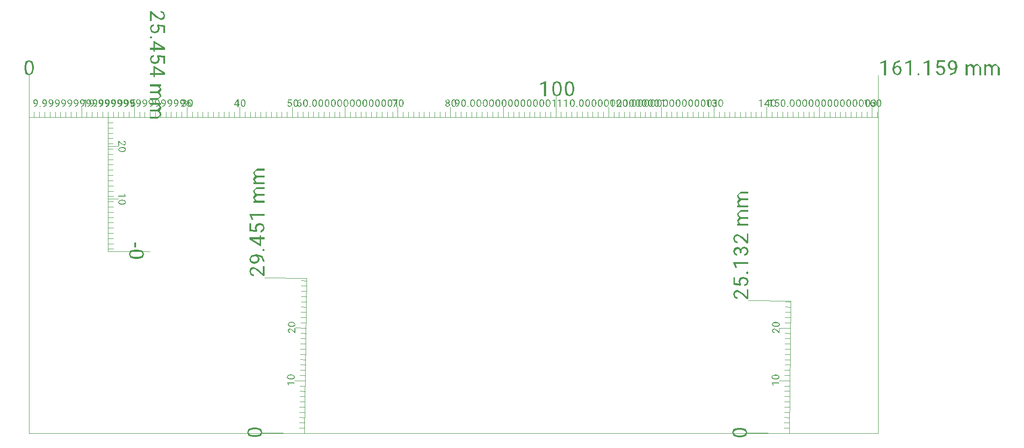
<source format=gbr>
G04 ===== Begin FILE IDENTIFICATION =====*
G04 File Format:  Gerber RS274X*
G04 ===== End FILE IDENTIFICATION =====*
%FSLAX24Y24*%
%MOIN*%
%SFA1.0000B1.0000*%
%OFA0.0B0.0*%
%ADD14C,0.000984*%
%LNdefault*%
%IPPOS*%
%LPD*%
G75*
D14*
G01X14687Y-12406D02*
G01X14853Y-812D01*
G01X14293Y-12400D02*
G01X14687Y-12406D01*
G01X14299Y-12007D02*
G01X14693Y-12012D01*
G01X14305Y-11613D02*
G01X14698Y-11619D01*
G01X14310Y-11219D02*
G01X14704Y-11225D01*
G01X14316Y-10826D02*
G01X14710Y-10831D01*
G01X14322Y-10432D02*
G01X14715Y-10438D01*
G01X14327Y-10038D02*
G01X14721Y-10044D01*
G01X14333Y-9645D02*
G01X14726Y-9650D01*
G01X14338Y-9251D02*
G01X14732Y-9257D01*
G01X14344Y-8857D02*
G01X14738Y-8863D01*
G01X14350Y-8464D02*
G01X14743Y-8469D01*
G01X14355Y-8070D02*
G01X14749Y-8076D01*
G01X14361Y-7676D02*
G01X14755Y-7682D01*
G01X14367Y-7283D02*
G01X14760Y-7288D01*
G01X14372Y-6889D02*
G01X14766Y-6895D01*
G01X14378Y-6495D02*
G01X14772Y-6501D01*
G01X14384Y-6102D02*
G01X14777Y-6107D01*
G01X14389Y-5708D02*
G01X14783Y-5714D01*
G01X14395Y-5314D02*
G01X14788Y-5320D01*
G01X14400Y-4921D02*
G01X14794Y-4926D01*
G01X14406Y-4527D02*
G01X14800Y-4533D01*
G01X14412Y-4133D02*
G01X14805Y-4139D01*
G01X14417Y-3740D02*
G01X14811Y-3745D01*
G01X14423Y-3346D02*
G01X14817Y-3352D01*
G01X14429Y-2952D02*
G01X14822Y-2958D01*
G01X14434Y-2559D02*
G01X14828Y-2564D01*
G01X14440Y-2165D02*
G01X14833Y-2171D01*
G01X14445Y-1771D02*
G01X14839Y-1777D01*
G01X14451Y-1378D02*
G01X14845Y-1383D01*
G01X14457Y-984D02*
G01X14850Y-990D01*
G36*
G01X10403Y-12333D02*
G01X10523Y-12600D01*
G01X10890Y-12686D01*
G01X11080D01*
G01X11434Y-12597D01*
G01X11553Y-12331D01*
G01X11432Y-12064D01*
G01X11060Y-11979D01*
G01X10876D01*
G01X10866Y-11982D01*
G01Y-12121D01*
G01X11099D01*
G01X11356Y-12175D01*
G01X11437Y-12331D01*
G01X11351Y-12491D01*
G01X11083Y-12544D01*
G01X10855D01*
G01X10602Y-12492D01*
G01X10520Y-12333D01*
G01X10602Y-12172D01*
G01X10866Y-12121D01*
G01Y-11982D01*
G01X10519Y-12067D01*
G01X10403Y-12333D01*
G37*
D14*
G01X13956Y-8458D02*
G01X14743Y-8469D01*
G36*
G01X13956Y-8605D02*
G01Y-8676D01*
G01X13482D01*
G01X13535Y-8820D01*
G01X13470D01*
G01X13394Y-8616D01*
G01Y-8605D01*
G01X13956D01*
G37*
G36*
G01X13389Y-8195D02*
G01X13449Y-8329D01*
G01X13632Y-8371D01*
G01X13727D01*
G01X13904Y-8327D01*
G01X13964Y-8194D01*
G01X13903Y-8061D01*
G01X13717Y-8018D01*
G01X13625D01*
G01X13620Y-8019D01*
G01Y-8089D01*
G01X13737D01*
G01X13865Y-8116D01*
G01X13906Y-8194D01*
G01X13862Y-8274D01*
G01X13728Y-8300D01*
G01X13615D01*
G01X13488Y-8275D01*
G01X13447Y-8195D01*
G01X13488Y-8115D01*
G01X13620Y-8089D01*
G01Y-8019D01*
G01X13446Y-8062D01*
G01X13389Y-8195D01*
G37*
D14*
G01X14012Y-4521D02*
G01X14800Y-4533D01*
G36*
G01X14012Y-4535D02*
G01Y-4902D01*
G01X13961D01*
G01X13746Y-4708D01*
G01X13667Y-4649D01*
G01X13603Y-4633D01*
G01X13531Y-4659D01*
G01X13503Y-4730D01*
G01X13534Y-4812D01*
G01X13618Y-4842D01*
G01Y-4913D01*
G01X13493Y-4863D01*
G01X13445Y-4730D01*
G01X13486Y-4606D01*
G01X13595Y-4561D01*
G01X13792Y-4666D01*
G01X13954Y-4816D01*
G01Y-4535D01*
G01X14012D01*
G37*
G36*
G01X13445Y-4258D02*
G01X13505Y-4392D01*
G01X13688Y-4435D01*
G01X13783D01*
G01X13961Y-4390D01*
G01X14020Y-4258D01*
G01X13959Y-4124D01*
G01X13774Y-4082D01*
G01X13681D01*
G01X13676Y-4083D01*
G01Y-4153D01*
G01X13793D01*
G01X13921Y-4179D01*
G01X13962Y-4258D01*
G01X13919Y-4337D01*
G01X13785Y-4364D01*
G01X13671D01*
G01X13544Y-4338D01*
G01X13503Y-4258D01*
G01X13545Y-4178D01*
G01X13676Y-4153D01*
G01Y-4083D01*
G01X13503Y-4125D01*
G01X13445Y-4258D01*
G37*
D14*
G01X11538Y-12361D02*
G01X14687Y-12406D01*
G01X11704Y-767D02*
G01X14853Y-812D01*
G36*
G01X11704Y87D02*
G01Y-647D01*
G01X11601D01*
G01X11171Y-259D01*
G01X11012Y-140D01*
G01X10885Y-108D01*
G01X10742Y-161D01*
G01X10686Y-302D01*
G01X10746Y-467D01*
G01X10914Y-526D01*
G01Y-668D01*
G01X10664Y-569D01*
G01X10569Y-302D01*
G01X10651Y-55D01*
G01X10869Y35D01*
G01X11262Y-175D01*
G01X11588Y-475D01*
G01Y87D01*
G01X11704D01*
G37*
G36*
G01X10569Y623D02*
G01X10616Y440D01*
G01X10754Y319D01*
G01X10956Y276D01*
G01X11147Y315D01*
G01X11281Y426D01*
G01X11329Y595D01*
G01X11297Y731D01*
G01X11211Y837D01*
G01X11492Y734D01*
G01X11584Y464D01*
G01Y434D01*
G01X11704D01*
G01Y461D01*
G01X11550Y851D01*
G01X11073Y981D01*
G01X11032D01*
G01X11002Y972D01*
G01Y838D01*
G01X11059D01*
G01X11168Y750D01*
G01X11211Y618D01*
G01X11137Y471D01*
G01X10949Y416D01*
G01X10759Y473D01*
G01X10687Y624D01*
G01X10775Y778D01*
G01X11002Y838D01*
G01Y972D01*
G01X10693Y885D01*
G01X10569Y623D01*
G37*
G36*
G01X11629Y1221D02*
G01X11568Y1243D01*
G01X11543Y1309D01*
G01X11568Y1376D01*
G01X11629Y1398D01*
G01X11688Y1376D01*
G01X11712Y1309D01*
G01X11688Y1243D01*
G01X11629Y1221D01*
G37*
G36*
G01X11444Y2246D02*
G01Y2402D01*
G01X11328D01*
G01Y2246D01*
G01X10779D01*
G01Y2103D01*
G01X11328D01*
G01Y1755D01*
G01X10809Y2086D01*
G01X10779Y2103D01*
G01Y2246D01*
G01X10584D01*
G01Y2095D01*
G01X11360Y1593D01*
G01X11444D01*
G01Y2103D01*
G01X11704D01*
G01Y2246D01*
G01X11444D01*
G37*
G36*
G01X11142Y2650D02*
G01X10584Y2707D01*
G01Y3281D01*
G01X10716D01*
G01Y2828D01*
G01X11021Y2794D01*
G01X10972Y2981D01*
G01X11073Y3224D01*
G01X11347Y3314D01*
G01X11619Y3220D01*
G01X11719Y2959D01*
G01X11637Y2717D01*
G01X11409Y2610D01*
G01Y2745D01*
G01X11554Y2813D01*
G01X11603Y2959D01*
G01X11535Y3115D01*
G01X11348Y3171D01*
G01X11168Y3110D01*
G01X11100Y2948D01*
G01X11141Y2801D01*
G01X11172Y2764D01*
G01X11142Y2650D01*
G37*
G36*
G01X11704Y3991D02*
G01Y3848D01*
G01X10756D01*
G01X10861Y3561D01*
G01X10732D01*
G01X10579Y3969D01*
G01Y3991D01*
G01X11704D01*
G37*
G36*
G01X10872Y4973D02*
G01X10964Y4977D01*
G01X10856Y5224D01*
G01X10990Y5461D01*
G01X10893Y5569D01*
G01X10856Y5727D01*
G01X11146Y6005D01*
G01X11704D01*
G01Y5863D01*
G01X11155D01*
G01X11021Y5822D01*
G01X10977Y5685D01*
G01X11024Y5554D01*
G01X11152Y5493D01*
G01X11704D01*
G01Y5350D01*
G01X11158D01*
G01X10977Y5172D01*
G01X11096Y4981D01*
G01X11704D01*
G01Y4839D01*
G01X10872D01*
G01Y4973D01*
G37*
G36*
G01X10872Y6353D02*
G01X10964Y6357D01*
G01X10856Y6604D01*
G01X10990Y6841D01*
G01X10893Y6949D01*
G01X10856Y7107D01*
G01X11146Y7385D01*
G01X11704D01*
G01Y7243D01*
G01X11155D01*
G01X11021Y7202D01*
G01X10977Y7065D01*
G01X11024Y6934D01*
G01X11152Y6873D01*
G01X11704D01*
G01Y6730D01*
G01X11158D01*
G01X10977Y6552D01*
G01X11096Y6361D01*
G01X11704D01*
G01Y6219D01*
G01X10872D01*
G01Y6353D01*
G37*
D14*
G01X50913Y-12406D02*
G01X50996Y-2512D01*
G01X50519Y-12403D02*
G01X50913Y-12406D01*
G01X50522Y-12009D02*
G01X50916Y-12012D01*
G01X50526Y-11615D02*
G01X50919Y-11619D01*
G01X50529Y-11222D02*
G01X50923Y-11225D01*
G01X50532Y-10828D02*
G01X50926Y-10831D01*
G01X50535Y-10434D02*
G01X50929Y-10437D01*
G01X50539Y-10040D02*
G01X50932Y-10044D01*
G01X50542Y-9647D02*
G01X50936Y-9650D01*
G01X50545Y-9253D02*
G01X50939Y-9256D01*
G01X50549Y-8859D02*
G01X50942Y-8863D01*
G01X50552Y-8466D02*
G01X50946Y-8469D01*
G01X50555Y-8072D02*
G01X50949Y-8075D01*
G01X50559Y-7678D02*
G01X50952Y-7682D01*
G01X50562Y-7285D02*
G01X50956Y-7288D01*
G01X50565Y-6891D02*
G01X50959Y-6894D01*
G01X50568Y-6497D02*
G01X50962Y-6501D01*
G01X50572Y-6104D02*
G01X50965Y-6107D01*
G01X50575Y-5710D02*
G01X50969Y-5713D01*
G01X50578Y-5316D02*
G01X50972Y-5320D01*
G01X50582Y-4923D02*
G01X50975Y-4926D01*
G01X50585Y-4529D02*
G01X50979Y-4532D01*
G01X50588Y-4135D02*
G01X50982Y-4138D01*
G01X50592Y-3741D02*
G01X50985Y-3745D01*
G01X50595Y-3348D02*
G01X50989Y-3351D01*
G01X50598Y-2954D02*
G01X50992Y-2957D01*
G01X50601Y-2560D02*
G01X50995Y-2564D01*
G36*
G01X46628Y-12351D02*
G01X46748Y-12619D01*
G01X47115Y-12704D01*
G01X47305D01*
G01X47660Y-12615D01*
G01X47779Y-12350D01*
G01X47657Y-12083D01*
G01X47286Y-11998D01*
G01X47101D01*
G01X47091Y-12000D01*
G01Y-12140D01*
G01X47324D01*
G01X47581Y-12193D01*
G01X47662Y-12350D01*
G01X47576Y-12510D01*
G01X47308Y-12562D01*
G01X47080D01*
G01X46827Y-12511D01*
G01X46745Y-12351D01*
G01X46828Y-12191D01*
G01X47091Y-12140D01*
G01Y-12000D01*
G01X46744Y-12085D01*
G01X46628Y-12351D01*
G37*
D14*
G01X50158Y-8462D02*
G01X50946Y-8469D01*
G36*
G01X50158Y-8609D02*
G01Y-8681D01*
G01X49684D01*
G01X49737Y-8824D01*
G01X49672D01*
G01X49596Y-8620D01*
G01Y-8609D01*
G01X50158D01*
G37*
G36*
G01X49591Y-8199D02*
G01X49651Y-8333D01*
G01X49834Y-8376D01*
G01X49929D01*
G01X50107Y-8331D01*
G01X50166Y-8199D01*
G01X50105Y-8065D01*
G01X49920Y-8023D01*
G01X49827D01*
G01X49822Y-8024D01*
G01Y-8094D01*
G01X49939D01*
G01X50067Y-8120D01*
G01X50108Y-8199D01*
G01X50065Y-8278D01*
G01X49931Y-8305D01*
G01X49817D01*
G01X49690Y-8279D01*
G01X49649Y-8199D01*
G01X49691Y-8119D01*
G01X49822Y-8094D01*
G01Y-8024D01*
G01X49649Y-8066D01*
G01X49591Y-8199D01*
G37*
D14*
G01X50191Y-4526D02*
G01X50979Y-4532D01*
G36*
G01X50191Y-4539D02*
G01Y-4906D01*
G01X50140D01*
G01X49925Y-4712D01*
G01X49845Y-4653D01*
G01X49782Y-4637D01*
G01X49710Y-4663D01*
G01X49682Y-4734D01*
G01X49712Y-4816D01*
G01X49796Y-4846D01*
G01Y-4917D01*
G01X49671Y-4867D01*
G01X49624Y-4734D01*
G01X49665Y-4611D01*
G01X49774Y-4565D01*
G01X49971Y-4671D01*
G01X50133Y-4820D01*
G01Y-4539D01*
G01X50191D01*
G37*
G36*
G01X49624Y-4263D02*
G01X49684Y-4396D01*
G01X49867Y-4439D01*
G01X49962D01*
G01X50140Y-4394D01*
G01X50199Y-4262D01*
G01X50138Y-4128D01*
G01X49953Y-4086D01*
G01X49860D01*
G01X49855Y-4087D01*
G01Y-4157D01*
G01X49972D01*
G01X50100Y-4184D01*
G01X50141Y-4262D01*
G01X50098Y-4342D01*
G01X49964Y-4368D01*
G01X49850D01*
G01X49723Y-4342D01*
G01X49682Y-4263D01*
G01X49724Y-4182D01*
G01X49855Y-4157D01*
G01Y-4087D01*
G01X49682Y-4130D01*
G01X49624Y-4263D01*
G37*
D14*
G01X47763Y-12379D02*
G01X50913Y-12406D01*
G01X47846Y-2486D02*
G01X50996Y-2512D01*
G36*
G01X47846Y-1631D02*
G01Y-2365D01*
G01X47744D01*
G01X47313Y-1977D01*
G01X47154Y-1859D01*
G01X47028Y-1826D01*
G01X46884Y-1879D01*
G01X46828Y-2020D01*
G01X46888Y-2185D01*
G01X47056Y-2244D01*
G01Y-2386D01*
G01X46806Y-2287D01*
G01X46711Y-2020D01*
G01X46793Y-1774D01*
G01X47011Y-1683D01*
G01X47405Y-1894D01*
G01X47730Y-2193D01*
G01Y-1631D01*
G01X47846D01*
G37*
G36*
G01X47285Y-1361D02*
G01X46727Y-1304D01*
G01Y-730D01*
G01X46858D01*
G01Y-1183D01*
G01X47163Y-1217D01*
G01X47115Y-1030D01*
G01X47216Y-787D01*
G01X47489Y-697D01*
G01X47762Y-790D01*
G01X47861Y-1051D01*
G01X47779Y-1294D01*
G01X47552Y-1401D01*
G01Y-1266D01*
G01X47697Y-1198D01*
G01X47745Y-1051D01*
G01X47678Y-896D01*
G01X47491Y-839D01*
G01X47311Y-900D01*
G01X47242Y-1063D01*
G01X47283Y-1209D01*
G01X47314Y-1247D01*
G01X47285Y-1361D01*
G37*
G36*
G01X47772Y-497D02*
G01X47710Y-475D01*
G01X47685Y-409D01*
G01X47710Y-343D01*
G01X47772Y-320D01*
G01X47831Y-343D01*
G01X47855Y-409D01*
G01X47831Y-475D01*
G01X47772Y-497D01*
G37*
G36*
G01X47846Y395D02*
G01Y252D01*
G01X46898D01*
G01X47003Y-35D01*
G01X46874D01*
G01X46721Y373D01*
G01Y395D01*
G01X47846D01*
G37*
G36*
G01X47217Y1073D02*
G01Y1180D01*
G01X47164Y1339D01*
G01X47025Y1396D01*
G01X46828Y1200D01*
G01X46881Y1053D01*
G01X47020Y998D01*
G01Y856D01*
G01X46799Y953D01*
G01X46711Y1200D01*
G01X46795Y1448D01*
G01X47028Y1538D01*
G01X47169Y1491D01*
G01X47272Y1362D01*
G01X47369Y1505D01*
G01X47534Y1555D01*
G01X47773Y1457D01*
G01X47861Y1201D01*
G01X47776Y944D01*
G01X47551Y846D01*
G01Y989D01*
G01X47692Y1046D01*
G01X47745Y1201D01*
G01X47692Y1359D01*
G01X47537Y1413D01*
G01X47387Y1353D01*
G01X47333Y1180D01*
G01Y1073D01*
G01X47217D01*
G37*
G36*
G01X47846Y2539D02*
G01Y1805D01*
G01X47744D01*
G01X47313Y2193D01*
G01X47154Y2312D01*
G01X47028Y2344D01*
G01X46884Y2291D01*
G01X46828Y2150D01*
G01X46888Y1985D01*
G01X47056Y1926D01*
G01Y1784D01*
G01X46806Y1883D01*
G01X46711Y2150D01*
G01X46793Y2397D01*
G01X47011Y2487D01*
G01X47405Y2277D01*
G01X47730Y1977D01*
G01Y2539D01*
G01X47846D01*
G37*
G36*
G01X47014Y3255D02*
G01X47106Y3259D01*
G01X46999Y3506D01*
G01X47133Y3743D01*
G01X47036Y3851D01*
G01X46999Y4009D01*
G01X47289Y4287D01*
G01X47846D01*
G01Y4145D01*
G01X47297D01*
G01X47164Y4104D01*
G01X47119Y3967D01*
G01X47167Y3836D01*
G01X47294Y3775D01*
G01X47846D01*
G01Y3632D01*
G01X47301D01*
G01X47119Y3454D01*
G01X47239Y3263D01*
G01X47846D01*
G01Y3120D01*
G01X47014D01*
G01Y3255D01*
G37*
G36*
G01X47014Y4635D02*
G01X47106Y4639D01*
G01X46999Y4886D01*
G01X47133Y5123D01*
G01X47036Y5231D01*
G01X46999Y5388D01*
G01X47289Y5667D01*
G01X47846D01*
G01Y5525D01*
G01X47297D01*
G01X47164Y5484D01*
G01X47119Y5347D01*
G01X47167Y5215D01*
G01X47294Y5155D01*
G01X47846D01*
G01Y5012D01*
G01X47301D01*
G01X47119Y4834D01*
G01X47239Y4643D01*
G01X47846D01*
G01Y4500D01*
G01X47014D01*
G01Y4635D01*
G37*
D14*
G01X-3Y11221D02*
G01X0Y1200D01*
G01X391Y11221D02*
G01X-3D01*
G01X391Y10827D02*
G01X-2D01*
G01X391Y10434D02*
G01X-2D01*
G01X391Y10040D02*
G01X-2D01*
G01X392Y9646D02*
G01X-2D01*
G01X392Y9253D02*
G01X-2D01*
G01X392Y8859D02*
G01X-2D01*
G01X392Y8465D02*
G01X-2D01*
G01X392Y8072D02*
G01X-2Y8071D01*
G01X392Y7678D02*
G01X-2D01*
G01X392Y7284D02*
G01X-1D01*
G01X392Y6890D02*
G01X-1D01*
G01X392Y6497D02*
G01X-1D01*
G01X393Y6103D02*
G01X-1D01*
G01X393Y5709D02*
G01X-1D01*
G01X393Y5316D02*
G01X-1D01*
G01X393Y4922D02*
G01X-1D01*
G01X393Y4528D02*
G01X-1D01*
G01X393Y4135D02*
G01X-1Y4134D01*
G01X393Y3741D02*
G01X-1D01*
G01X393Y3347D02*
G01X0D01*
G01X393Y2953D02*
G01X0D01*
G01X393Y2560D02*
G01X0D01*
G01X394Y2166D02*
G01X0D01*
G01X394Y1772D02*
G01X0D01*
G01X394Y1379D02*
G01X0D01*
G01X1575Y1200D02*
G01X0D01*
G36*
G01X1992Y1490D02*
G01Y1865D01*
G01X2109D01*
G01Y1490D01*
G01X1992D01*
G37*
G36*
G01X1560Y989D02*
G01X1681Y722D01*
G01X2052Y637D01*
G01X2237D01*
G01X2594Y724D01*
G01X2710Y990D01*
G01X2590Y1258D01*
G01X2223Y1343D01*
G01X2033D01*
G01X2030Y1342D01*
G01Y1201D01*
G01X2258D01*
G01X2511Y1149D01*
G01X2593Y990D01*
G01X2510Y830D01*
G01X2247Y779D01*
G01X2014D01*
G01X1757Y832D01*
G01X1676Y989D01*
G01X1762Y1148D01*
G01X2030Y1201D01*
G01Y1342D01*
G01X1678Y1254D01*
G01X1560Y989D01*
G37*
D14*
G01X786Y5137D02*
G01X-1D01*
G36*
G01X786Y5284D02*
G01Y5356D01*
G01X1261D01*
G01X1208Y5499D01*
G01X1272D01*
G01X1349Y5295D01*
G01Y5284D01*
G01X786D01*
G37*
G36*
G01X779Y4873D02*
G01X840Y4740D01*
G01X1025Y4697D01*
G01X1117D01*
G01X1296Y4741D01*
G01X1354Y4874D01*
G01X1294Y5008D01*
G01X1111Y5051D01*
G01X1016D01*
G01X1014Y5050D01*
G01Y4979D01*
G01X1128D01*
G01X1254Y4954D01*
G01X1295Y4874D01*
G01X1254Y4794D01*
G01X1122Y4768D01*
G01X1006D01*
G01X878Y4795D01*
G01X837Y4873D01*
G01X880Y4953D01*
G01X1014Y4979D01*
G01Y5050D01*
G01X838Y5006D01*
G01X779Y4873D01*
G37*
D14*
G01X785Y9074D02*
G01X-2D01*
G36*
G01X785Y9088D02*
G01Y9455D01*
G01X837D01*
G01X1052Y9261D01*
G01X1131Y9202D01*
G01X1194Y9185D01*
G01X1266Y9212D01*
G01X1294Y9283D01*
G01X1264Y9365D01*
G01X1180Y9394D01*
G01Y9466D01*
G01X1305Y9416D01*
G01X1353Y9283D01*
G01X1312Y9159D01*
G01X1203Y9114D01*
G01X1006Y9219D01*
G01X843Y9369D01*
G01Y9088D01*
G01X785D01*
G37*
G36*
G01X778Y8810D02*
G01X838Y8677D01*
G01X1024Y8634D01*
G01X1116D01*
G01X1295Y8678D01*
G01X1353Y8811D01*
G01X1293Y8945D01*
G01X1110Y8988D01*
G01X1015D01*
G01X1013Y8987D01*
G01Y8916D01*
G01X1127D01*
G01X1253Y8891D01*
G01X1294Y8811D01*
G01X1253Y8731D01*
G01X1121Y8705D01*
G01X1005D01*
G01X877Y8732D01*
G01X836Y8810D01*
G01X879Y8890D01*
G01X1013Y8916D01*
G01Y8987D01*
G01X837Y8943D01*
G01X778Y8810D01*
G37*
D14*
G01X3150Y1201D02*
G01X0Y1200D01*
G01X3147Y11222D02*
G01X-3Y11221D01*
G36*
G01X3147Y18431D02*
G01Y19164D01*
G01X3249D01*
G01X3680Y18777D01*
G01X3839Y18658D01*
G01X3965Y18625D01*
G01X4109Y18678D01*
G01X4165Y18820D01*
G01X4105Y18985D01*
G01X3937Y19044D01*
G01Y19186D01*
G01X4187Y19086D01*
G01X4282Y18820D01*
G01X4200Y18573D01*
G01X3982Y18482D01*
G01X3588Y18693D01*
G01X3263Y18993D01*
G01Y18431D01*
G01X3147D01*
G37*
G36*
G01X3708Y18160D02*
G01X4267Y18103D01*
G01Y17529D01*
G01X4135D01*
G01Y17982D01*
G01X3830Y18016D01*
G01X3878Y17829D01*
G01X3777Y17586D01*
G01X3504Y17496D01*
G01X3231Y17590D01*
G01X3132Y17851D01*
G01X3214Y18093D01*
G01X3442Y18200D01*
G01Y18065D01*
G01X3297Y17997D01*
G01X3248Y17851D01*
G01X3315Y17695D01*
G01X3502Y17639D01*
G01X3683Y17700D01*
G01X3751Y17862D01*
G01X3710Y18008D01*
G01X3679Y18046D01*
G01X3708Y18160D01*
G37*
G36*
G01X3222Y17296D02*
G01X3283Y17274D01*
G01X3308Y17209D01*
G01X3283Y17142D01*
G01X3222Y17119D01*
G01X3162Y17142D01*
G01X3139Y17209D01*
G01X3162Y17274D01*
G01X3222Y17296D01*
G37*
G36*
G01X3147Y16271D02*
G01X3407D01*
G01Y16116D01*
G01X3523D01*
G01Y16271D01*
G01X4267D01*
G01Y16423D01*
G01X3523Y16903D01*
G01Y16763D01*
G01X4041Y16431D01*
G01X4072Y16414D01*
G01X3523D01*
G01Y16763D01*
G01Y16903D01*
G01X3491Y16924D01*
G01X3407D01*
G01Y16414D01*
G01X3147D01*
G01Y16271D01*
G37*
G36*
G01X3708Y15868D02*
G01X4267Y15811D01*
G01Y15237D01*
G01X4135D01*
G01Y15690D01*
G01X3830Y15724D01*
G01X3878Y15537D01*
G01X3777Y15294D01*
G01X3504Y15204D01*
G01X3231Y15297D01*
G01X3132Y15559D01*
G01X3214Y15801D01*
G01X3442Y15908D01*
G01Y15773D01*
G01X3297Y15705D01*
G01X3248Y15559D01*
G01X3315Y15403D01*
G01X3502Y15346D01*
G01X3683Y15407D01*
G01X3751Y15570D01*
G01X3710Y15716D01*
G01X3679Y15754D01*
G01X3708Y15868D01*
G37*
G36*
G01X3147Y14393D02*
G01X3407D01*
G01Y14238D01*
G01X3523D01*
G01Y14393D01*
G01X4267D01*
G01Y14545D01*
G01X3523Y15025D01*
G01Y14885D01*
G01X4041Y14553D01*
G01X4072Y14536D01*
G01X3523D01*
G01Y14885D01*
G01Y15025D01*
G01X3491Y15046D01*
G01X3407D01*
G01Y14536D01*
G01X3147D01*
G01Y14393D01*
G37*
G36*
G01X3979Y13544D02*
G01X3887Y13541D01*
G01X3994Y13294D01*
G01X3861Y13056D01*
G01X3957Y12948D01*
G01X3994Y12791D01*
G01X3704Y12512D01*
G01X3147D01*
G01Y12655D01*
G01X3696D01*
G01X3829Y12695D01*
G01X3874Y12832D01*
G01X3826Y12964D01*
G01X3699Y13025D01*
G01X3147D01*
G01Y13168D01*
G01X3692D01*
G01X3874Y13345D01*
G01X3754Y13537D01*
G01X3147D01*
G01Y13679D01*
G01X3979D01*
G01Y13544D01*
G37*
G36*
G01X3979Y12164D02*
G01X3887Y12161D01*
G01X3994Y11914D01*
G01X3861Y11676D01*
G01X3957Y11568D01*
G01X3994Y11411D01*
G01X3704Y11133D01*
G01X3147D01*
G01Y11275D01*
G01X3696D01*
G01X3829Y11316D01*
G01X3874Y11452D01*
G01X3826Y11584D01*
G01X3699Y11645D01*
G01X3147D01*
G01Y11788D01*
G01X3692D01*
G01X3874Y11965D01*
G01X3754Y12157D01*
G01X3147D01*
G01Y12299D01*
G01X3979D01*
G01Y12164D01*
G37*
D14*
G01X-5905Y11221D02*
G01X57543D01*
G01X-5905Y11615D02*
G01Y11221D01*
G01X-5512Y11615D02*
G01Y11221D01*
G01X-5118Y11615D02*
G01Y11221D01*
G01X-4724Y11615D02*
G01Y11221D01*
G01X-4331Y11615D02*
G01Y11221D01*
G01X-3937Y11615D02*
G01Y11221D01*
G01X-3543Y11615D02*
G01Y11221D01*
G01X-3150Y11615D02*
G01Y11221D01*
G01X-2756Y11615D02*
G01Y11221D01*
G01X-2362Y11615D02*
G01Y11221D01*
G01X-1968Y11615D02*
G01Y11221D01*
G01X-1575Y11615D02*
G01Y11221D01*
G01X-1181Y11615D02*
G01Y11221D01*
G01X-787Y11615D02*
G01Y11221D01*
G01X-394Y11615D02*
G01Y11221D01*
G01X0Y11615D02*
G01Y11221D01*
G01X394Y11615D02*
G01Y11221D01*
G01X787Y11615D02*
G01Y11221D01*
G01X1181Y11615D02*
G01Y11221D01*
G01X1575Y11615D02*
G01Y11221D01*
G01X1969Y11615D02*
G01Y11221D01*
G01X2362Y11615D02*
G01Y11221D01*
G01X2756Y11615D02*
G01Y11221D01*
G01X3150Y11615D02*
G01Y11221D01*
G01X3543Y11615D02*
G01Y11221D01*
G01X3937Y11615D02*
G01Y11221D01*
G01X4331Y11615D02*
G01Y11221D01*
G01X4724Y11615D02*
G01Y11221D01*
G01X5118Y11615D02*
G01Y11221D01*
G01X5512Y11615D02*
G01Y11221D01*
G01X5906Y11615D02*
G01Y11221D01*
G01X6299Y11615D02*
G01Y11221D01*
G01X6693Y11615D02*
G01Y11221D01*
G01X7087Y11615D02*
G01Y11221D01*
G01X7480Y11615D02*
G01Y11221D01*
G01X7874Y11615D02*
G01Y11221D01*
G01X8268Y11615D02*
G01Y11221D01*
G01X8661Y11615D02*
G01Y11221D01*
G01X9055Y11615D02*
G01Y11221D01*
G01X9449Y11615D02*
G01Y11221D01*
G01X9843Y11615D02*
G01Y11221D01*
G01X10236Y11615D02*
G01Y11221D01*
G01X10630Y11615D02*
G01Y11221D01*
G01X11024Y11615D02*
G01Y11221D01*
G01X11417Y11615D02*
G01Y11221D01*
G01X11811Y11615D02*
G01Y11221D01*
G01X12205Y11615D02*
G01Y11221D01*
G01X12598Y11615D02*
G01Y11221D01*
G01X12992Y11615D02*
G01Y11221D01*
G01X13386Y11615D02*
G01Y11221D01*
G01X13780Y11615D02*
G01Y11221D01*
G01X14173Y11615D02*
G01Y11221D01*
G01X14567Y11615D02*
G01Y11221D01*
G01X14961Y11615D02*
G01Y11221D01*
G01X15354Y11615D02*
G01Y11221D01*
G01X15748Y11615D02*
G01Y11221D01*
G01X16142Y11615D02*
G01Y11221D01*
G01X16535Y11615D02*
G01Y11221D01*
G01X16929Y11615D02*
G01Y11221D01*
G01X17323Y11615D02*
G01Y11221D01*
G01X17717Y11615D02*
G01Y11221D01*
G01X18110Y11615D02*
G01Y11221D01*
G01X18504Y11615D02*
G01Y11221D01*
G01X18898Y11615D02*
G01Y11221D01*
G01X19291Y11615D02*
G01Y11221D01*
G01X19685Y11615D02*
G01Y11221D01*
G01X20079Y11615D02*
G01Y11221D01*
G01X20472Y11615D02*
G01Y11221D01*
G01X20866Y11615D02*
G01Y11221D01*
G01X21260Y11615D02*
G01Y11221D01*
G01X21654Y11615D02*
G01Y11221D01*
G01X22047Y11615D02*
G01Y11221D01*
G01X22441Y11615D02*
G01Y11221D01*
G01X22835Y11615D02*
G01Y11221D01*
G01X23228Y11615D02*
G01Y11221D01*
G01X23622Y11615D02*
G01Y11221D01*
G01X24016Y11615D02*
G01Y11221D01*
G01X24409Y11615D02*
G01Y11221D01*
G01X24803Y11615D02*
G01Y11221D01*
G01X25197Y11615D02*
G01Y11221D01*
G01X25591Y11615D02*
G01Y11221D01*
G01X25984Y11615D02*
G01Y11221D01*
G01X26378Y11615D02*
G01Y11221D01*
G01X26772Y11615D02*
G01Y11221D01*
G01X27165Y11615D02*
G01Y11221D01*
G01X27559Y11615D02*
G01Y11221D01*
G01X27953Y11615D02*
G01Y11221D01*
G01X28346Y11615D02*
G01Y11221D01*
G01X28740Y11615D02*
G01Y11221D01*
G01X29134Y11615D02*
G01Y11221D01*
G01X29528Y11615D02*
G01Y11221D01*
G01X29921Y11615D02*
G01Y11221D01*
G01X30315Y11615D02*
G01Y11221D01*
G01X30709Y11615D02*
G01Y11221D01*
G01X31102Y11615D02*
G01Y11221D01*
G01X31496Y11615D02*
G01Y11221D01*
G01X31890Y11615D02*
G01Y11221D01*
G01X32284Y11615D02*
G01Y11221D01*
G01X32677Y11615D02*
G01Y11221D01*
G01X33071Y11615D02*
G01Y11221D01*
G01X33465Y11615D02*
G01Y11221D01*
G01X33858Y11615D02*
G01Y11221D01*
G01X34252Y11615D02*
G01Y11221D01*
G01X34646Y11615D02*
G01Y11221D01*
G01X35039Y11615D02*
G01Y11221D01*
G01X35433Y11615D02*
G01Y11221D01*
G01X35827Y11615D02*
G01Y11221D01*
G01X36221Y11615D02*
G01Y11221D01*
G01X36614Y11615D02*
G01Y11221D01*
G01X37008Y11615D02*
G01Y11221D01*
G01X37402Y11615D02*
G01Y11221D01*
G01X37795Y11615D02*
G01Y11221D01*
G01X38189Y11615D02*
G01Y11221D01*
G01X38583Y11615D02*
G01Y11221D01*
G01X38976Y11615D02*
G01Y11221D01*
G01X39370Y11615D02*
G01Y11221D01*
G01X39764Y11615D02*
G01Y11221D01*
G01X40158Y11615D02*
G01Y11221D01*
G01X40551Y11615D02*
G01Y11221D01*
G01X40945Y11615D02*
G01Y11221D01*
G01X41339Y11615D02*
G01Y11221D01*
G01X41732Y11615D02*
G01Y11221D01*
G01X42126Y11615D02*
G01Y11221D01*
G01X42520Y11615D02*
G01Y11221D01*
G01X42913Y11615D02*
G01Y11221D01*
G01X43307Y11615D02*
G01Y11221D01*
G01X43701Y11615D02*
G01Y11221D01*
G01X44095Y11615D02*
G01Y11221D01*
G01X44488Y11615D02*
G01Y11221D01*
G01X44882Y11615D02*
G01Y11221D01*
G01X45276Y11615D02*
G01Y11221D01*
G01X45669Y11615D02*
G01Y11221D01*
G01X46063Y11615D02*
G01Y11221D01*
G01X46457Y11615D02*
G01Y11221D01*
G01X46850Y11615D02*
G01Y11221D01*
G01X47244Y11615D02*
G01Y11221D01*
G01X47638Y11615D02*
G01Y11221D01*
G01X48032Y11615D02*
G01Y11221D01*
G01X48425Y11615D02*
G01Y11221D01*
G01X48819Y11615D02*
G01Y11221D01*
G01X49213Y11615D02*
G01Y11221D01*
G01X49606Y11615D02*
G01Y11221D01*
G01X50000Y11615D02*
G01Y11221D01*
G01X50394Y11615D02*
G01Y11221D01*
G01X50787Y11615D02*
G01Y11221D01*
G01X51181Y11615D02*
G01Y11221D01*
G01X51575Y11615D02*
G01Y11221D01*
G01X51969Y11615D02*
G01Y11221D01*
G01X52362Y11615D02*
G01Y11221D01*
G01X52756Y11615D02*
G01Y11221D01*
G01X53150Y11615D02*
G01Y11221D01*
G01X53543Y11615D02*
G01Y11221D01*
G01X53937Y11615D02*
G01Y11221D01*
G01X54331Y11615D02*
G01Y11221D01*
G01X54724Y11615D02*
G01Y11221D01*
G01X55118Y11615D02*
G01Y11221D01*
G01X55512Y11615D02*
G01Y11221D01*
G01X55906Y11615D02*
G01Y11221D01*
G01X56299Y11615D02*
G01Y11221D01*
G01X56693Y11615D02*
G01Y11221D01*
G01X57087Y11615D02*
G01Y11221D01*
G01X57480Y11615D02*
G01Y11221D01*
G36*
G01X-6230Y14829D02*
G01X-6141Y14474D01*
G01X-5876Y14355D01*
G01X-5609Y14477D01*
G01X-5524Y14848D01*
G01Y15033D01*
G01X-5611Y15390D01*
G01X-5878Y15506D01*
G01Y15389D01*
G01X-5717Y15306D01*
G01X-5666Y15043D01*
G01Y14810D01*
G01X-5720Y14553D01*
G01X-5876Y14471D01*
G01X-6036Y14558D01*
G01X-6088Y14826D01*
G01Y15053D01*
G01X-6037Y15306D01*
G01X-5878Y15389D01*
G01Y15506D01*
G01X-6145Y15386D01*
G01X-6230Y15019D01*
G01Y14829D01*
G37*
D14*
G01X-1969Y12008D02*
G01Y11221D01*
G36*
G01X-5570Y12382D02*
G01X-5550Y12287D01*
G01X-5495Y12219D01*
G01X-5410Y12196D01*
G01X-5342Y12212D01*
G01X-5289Y12254D01*
G01X-5341Y12114D01*
G01X-5476Y12068D01*
G01X-5491D01*
G01Y12008D01*
G01X-5477D01*
G01X-5282Y12085D01*
G01X-5218Y12324D01*
G01Y12344D01*
G01X-5266Y12514D01*
G01X-5396Y12576D01*
G01Y12517D01*
G01X-5319Y12473D01*
G01X-5289Y12359D01*
G01Y12331D01*
G01X-5333Y12276D01*
G01X-5399Y12254D01*
G01X-5472Y12292D01*
G01X-5500Y12386D01*
G01X-5471Y12481D01*
G01X-5396Y12517D01*
G01Y12576D01*
G01X-5488Y12552D01*
G01X-5548Y12483D01*
G01X-5570Y12382D01*
G37*
G36*
G01X-5097Y12046D02*
G01X-5086Y12076D01*
G01X-5053Y12089D01*
G01X-5020Y12076D01*
G01X-5009Y12046D01*
G01X-5020Y12016D01*
G01X-5053Y12004D01*
G01X-5086Y12016D01*
G01X-5097Y12046D01*
G37*
G36*
G01X-4893Y12382D02*
G01X-4874Y12287D01*
G01X-4818Y12219D01*
G01X-4734Y12196D01*
G01X-4666Y12212D01*
G01X-4612Y12254D01*
G01X-4664Y12114D01*
G01X-4799Y12068D01*
G01X-4814D01*
G01Y12008D01*
G01X-4800D01*
G01X-4606Y12085D01*
G01X-4541Y12324D01*
G01Y12344D01*
G01X-4589Y12514D01*
G01X-4719Y12576D01*
G01Y12517D01*
G01X-4642Y12473D01*
G01X-4612Y12359D01*
G01Y12331D01*
G01X-4656Y12276D01*
G01X-4722Y12254D01*
G01X-4796Y12292D01*
G01X-4823Y12386D01*
G01X-4795Y12481D01*
G01X-4719Y12517D01*
G01Y12576D01*
G01X-4720D01*
G01X-4811Y12552D01*
G01X-4872Y12483D01*
G01X-4893Y12382D01*
G37*
G36*
G01X-4424Y12382D02*
G01X-4404Y12287D01*
G01X-4348Y12219D01*
G01X-4264Y12196D01*
G01X-4196Y12212D01*
G01X-4143Y12254D01*
G01X-4195Y12114D01*
G01X-4330Y12068D01*
G01X-4345D01*
G01Y12008D01*
G01X-4331D01*
G01X-4136Y12085D01*
G01X-4071Y12324D01*
G01Y12344D01*
G01X-4119Y12514D01*
G01X-4250Y12576D01*
G01Y12517D01*
G01X-4173Y12473D01*
G01X-4143Y12359D01*
G01Y12331D01*
G01X-4187Y12276D01*
G01X-4253Y12254D01*
G01X-4326Y12292D01*
G01X-4354Y12386D01*
G01X-4325Y12481D01*
G01X-4250Y12517D01*
G01Y12576D01*
G01X-4342Y12552D01*
G01X-4402Y12483D01*
G01X-4424Y12382D01*
G37*
G36*
G01X-3954Y12382D02*
G01X-3935Y12287D01*
G01X-3879Y12219D01*
G01X-3795Y12196D01*
G01X-3727Y12212D01*
G01X-3674Y12254D01*
G01X-3725Y12114D01*
G01X-3860Y12068D01*
G01X-3875D01*
G01Y12008D01*
G01X-3862D01*
G01X-3667Y12085D01*
G01X-3602Y12324D01*
G01Y12344D01*
G01X-3650Y12514D01*
G01X-3780Y12576D01*
G01Y12517D01*
G01X-3703Y12473D01*
G01X-3673Y12359D01*
G01Y12331D01*
G01X-3717Y12276D01*
G01X-3783Y12254D01*
G01X-3857Y12292D01*
G01X-3884Y12386D01*
G01X-3856Y12481D01*
G01X-3780Y12517D01*
G01Y12576D01*
G01X-3781D01*
G01X-3872Y12552D01*
G01X-3933Y12483D01*
G01X-3954Y12382D01*
G37*
G36*
G01X-3485Y12382D02*
G01X-3465Y12287D01*
G01X-3410Y12219D01*
G01X-3325Y12196D01*
G01X-3257Y12212D01*
G01X-3204Y12254D01*
G01X-3256Y12114D01*
G01X-3391Y12068D01*
G01X-3406D01*
G01Y12008D01*
G01X-3392D01*
G01X-3197Y12085D01*
G01X-3133Y12324D01*
G01Y12344D01*
G01X-3180Y12514D01*
G01X-3311Y12576D01*
G01Y12517D01*
G01X-3234Y12473D01*
G01X-3204Y12359D01*
G01Y12331D01*
G01X-3248Y12276D01*
G01X-3314Y12254D01*
G01X-3387Y12292D01*
G01X-3415Y12386D01*
G01X-3386Y12481D01*
G01X-3311Y12517D01*
G01Y12576D01*
G01X-3403Y12552D01*
G01X-3463Y12483D01*
G01X-3485Y12382D01*
G37*
G36*
G01X-3015Y12382D02*
G01X-2996Y12287D01*
G01X-2940Y12219D01*
G01X-2856Y12196D01*
G01X-2788Y12212D01*
G01X-2735Y12254D01*
G01X-2786Y12114D01*
G01X-2921Y12068D01*
G01X-2936D01*
G01Y12008D01*
G01X-2923D01*
G01X-2728Y12085D01*
G01X-2663Y12324D01*
G01Y12344D01*
G01X-2711Y12514D01*
G01X-2841Y12576D01*
G01Y12517D01*
G01X-2765Y12473D01*
G01X-2734Y12359D01*
G01Y12331D01*
G01X-2778Y12276D01*
G01X-2844Y12254D01*
G01X-2918Y12292D01*
G01X-2945Y12386D01*
G01X-2917Y12481D01*
G01X-2841Y12517D01*
G01Y12576D01*
G01X-2842D01*
G01X-2933Y12552D01*
G01X-2994Y12483D01*
G01X-3015Y12382D01*
G37*
G36*
G01X-2546Y12382D02*
G01X-2526Y12287D01*
G01X-2471Y12219D01*
G01X-2386Y12196D01*
G01X-2318Y12212D01*
G01X-2265Y12254D01*
G01X-2317Y12114D01*
G01X-2452Y12068D01*
G01X-2467D01*
G01Y12008D01*
G01X-2453D01*
G01X-2258Y12085D01*
G01X-2194Y12324D01*
G01Y12344D01*
G01X-2241Y12514D01*
G01X-2372Y12576D01*
G01Y12517D01*
G01X-2295Y12473D01*
G01X-2265Y12359D01*
G01Y12331D01*
G01X-2309Y12276D01*
G01X-2375Y12254D01*
G01X-2448Y12292D01*
G01X-2476Y12386D01*
G01X-2447Y12481D01*
G01X-2372Y12517D01*
G01Y12576D01*
G01X-2464Y12552D01*
G01X-2524Y12483D01*
G01X-2546Y12382D01*
G37*
G36*
G01X-2076Y12382D02*
G01X-2057Y12287D01*
G01X-2001Y12219D01*
G01X-1917Y12196D01*
G01X-1849Y12212D01*
G01X-1796Y12254D01*
G01X-1847Y12114D01*
G01X-1982Y12068D01*
G01X-1997D01*
G01Y12008D01*
G01X-1984D01*
G01X-1789Y12085D01*
G01X-1724Y12324D01*
G01Y12344D01*
G01X-1772Y12514D01*
G01X-1902Y12576D01*
G01Y12517D01*
G01X-1826Y12473D01*
G01X-1795Y12359D01*
G01Y12331D01*
G01X-1839Y12276D01*
G01X-1905Y12254D01*
G01X-1979Y12292D01*
G01X-2006Y12386D01*
G01X-1978Y12481D01*
G01X-1902Y12517D01*
G01Y12576D01*
G01X-1903D01*
G01X-1994Y12552D01*
G01X-2055Y12483D01*
G01X-2076Y12382D01*
G37*
G36*
G01X-1607Y12382D02*
G01X-1587Y12287D01*
G01X-1532Y12219D01*
G01X-1447Y12196D01*
G01X-1379Y12212D01*
G01X-1326Y12254D01*
G01X-1378Y12114D01*
G01X-1513Y12068D01*
G01X-1528D01*
G01Y12008D01*
G01X-1514D01*
G01X-1319Y12085D01*
G01X-1255Y12324D01*
G01Y12344D01*
G01X-1302Y12514D01*
G01X-1433Y12576D01*
G01Y12517D01*
G01X-1356Y12473D01*
G01X-1326Y12359D01*
G01Y12331D01*
G01X-1370Y12276D01*
G01X-1436Y12254D01*
G01X-1509Y12292D01*
G01X-1537Y12386D01*
G01X-1508Y12481D01*
G01X-1433Y12517D01*
G01Y12576D01*
G01X-1525Y12552D01*
G01X-1585Y12483D01*
G01X-1607Y12382D01*
G37*
G36*
G01X-1137Y12382D02*
G01X-1118Y12287D01*
G01X-1062Y12219D01*
G01X-978Y12196D01*
G01X-910Y12212D01*
G01X-857Y12254D01*
G01X-908Y12114D01*
G01X-1043Y12068D01*
G01X-1058D01*
G01Y12008D01*
G01X-1045D01*
G01X-850Y12085D01*
G01X-785Y12324D01*
G01Y12344D01*
G01X-833Y12514D01*
G01X-963Y12576D01*
G01Y12517D01*
G01X-887Y12473D01*
G01X-856Y12359D01*
G01Y12331D01*
G01X-900Y12276D01*
G01X-966Y12254D01*
G01X-1040Y12292D01*
G01X-1067Y12386D01*
G01X-1039Y12481D01*
G01X-963Y12517D01*
G01Y12576D01*
G01X-964D01*
G01X-1055Y12552D01*
G01X-1116Y12483D01*
G01X-1137Y12382D01*
G37*
G36*
G01X-668Y12382D02*
G01X-648Y12287D01*
G01X-593Y12219D01*
G01X-508Y12196D01*
G01X-440Y12212D01*
G01X-387Y12254D01*
G01X-439Y12114D01*
G01X-574Y12068D01*
G01X-589D01*
G01Y12008D01*
G01X-575D01*
G01X-380Y12085D01*
G01X-316Y12324D01*
G01Y12344D01*
G01X-363Y12514D01*
G01X-494Y12576D01*
G01Y12517D01*
G01X-417Y12473D01*
G01X-387Y12359D01*
G01Y12331D01*
G01X-431Y12276D01*
G01X-497Y12254D01*
G01X-570Y12292D01*
G01X-598Y12386D01*
G01X-569Y12481D01*
G01X-494Y12517D01*
G01Y12576D01*
G01X-586Y12552D01*
G01X-646Y12483D01*
G01X-668Y12382D01*
G37*
G36*
G01X-198Y12382D02*
G01X-179Y12287D01*
G01X-123Y12219D01*
G01X-39Y12196D01*
G01X29Y12212D01*
G01X82Y12254D01*
G01X31Y12114D01*
G01X-104Y12068D01*
G01X-119D01*
G01Y12008D01*
G01X-106D01*
G01X89Y12085D01*
G01X154Y12324D01*
G01Y12344D01*
G01X106Y12514D01*
G01X-24Y12576D01*
G01Y12517D01*
G01X52Y12473D01*
G01X83Y12359D01*
G01Y12331D01*
G01X39Y12276D01*
G01X-27Y12254D01*
G01X-101Y12292D01*
G01X-128Y12386D01*
G01X-100Y12481D01*
G01X-24Y12517D01*
G01Y12576D01*
G01X-25D01*
G01X-116Y12552D01*
G01X-177Y12483D01*
G01X-198Y12382D01*
G37*
G36*
G01X271Y12382D02*
G01X291Y12287D01*
G01X346Y12219D01*
G01X431Y12196D01*
G01X499Y12212D01*
G01X552Y12254D01*
G01X500Y12114D01*
G01X365Y12068D01*
G01X350D01*
G01Y12008D01*
G01X364D01*
G01X559Y12085D01*
G01X623Y12324D01*
G01Y12344D01*
G01X576Y12514D01*
G01X445Y12576D01*
G01Y12517D01*
G01X522Y12473D01*
G01X552Y12359D01*
G01Y12331D01*
G01X508Y12276D01*
G01X442Y12254D01*
G01X369Y12292D01*
G01X341Y12386D01*
G01X370Y12481D01*
G01X445Y12517D01*
G01Y12576D01*
G01X353Y12552D01*
G01X293Y12483D01*
G01X271Y12382D01*
G37*
G36*
G01X741Y12382D02*
G01X760Y12287D01*
G01X816Y12219D01*
G01X900Y12196D01*
G01X968Y12212D01*
G01X1021Y12254D01*
G01X970Y12114D01*
G01X835Y12068D01*
G01X820D01*
G01Y12008D01*
G01X833D01*
G01X1028Y12085D01*
G01X1093Y12324D01*
G01Y12344D01*
G01X1045Y12514D01*
G01X914Y12576D01*
G01Y12517D01*
G01X991Y12473D01*
G01X1022Y12359D01*
G01Y12331D01*
G01X978Y12276D01*
G01X912Y12254D01*
G01X838Y12292D01*
G01X811Y12386D01*
G01X839Y12481D01*
G01X914Y12517D01*
G01Y12576D01*
G01X823Y12552D01*
G01X762Y12483D01*
G01X741Y12382D01*
G37*
G36*
G01X1210Y12382D02*
G01X1230Y12287D01*
G01X1285Y12219D01*
G01X1370Y12196D01*
G01X1438Y12212D01*
G01X1491Y12254D01*
G01X1439Y12114D01*
G01X1304Y12068D01*
G01X1289D01*
G01Y12008D01*
G01X1303D01*
G01X1498Y12085D01*
G01X1562Y12324D01*
G01Y12344D01*
G01X1515Y12514D01*
G01X1384Y12576D01*
G01Y12517D01*
G01X1461Y12473D01*
G01X1491Y12359D01*
G01Y12331D01*
G01X1447Y12276D01*
G01X1381Y12254D01*
G01X1308Y12292D01*
G01X1280Y12386D01*
G01X1309Y12481D01*
G01X1384Y12517D01*
G01Y12576D01*
G01X1292Y12552D01*
G01X1232Y12483D01*
G01X1210Y12382D01*
G37*
G36*
G01X1720Y12289D02*
G01X1749Y12568D01*
G01X2036D01*
G01Y12502D01*
G01X1809D01*
G01X1792Y12350D01*
G01X1886Y12374D01*
G01X2007Y12323D01*
G01X2052Y12187D01*
G01X2006Y12050D01*
G01X1875Y12001D01*
G01X1754Y12042D01*
G01X1700Y12156D01*
G01X1768D01*
G01X1802Y12083D01*
G01X1875Y12059D01*
G01X1953Y12093D01*
G01X1981Y12186D01*
G01X1951Y12276D01*
G01X1869Y12310D01*
G01X1796Y12290D01*
G01X1777Y12274D01*
G01X1720Y12289D01*
G37*
D14*
G01X1969Y12008D02*
G01Y11221D01*
G36*
G01X-1611Y12008D02*
G01X-1683D01*
G01Y12482D01*
G01X-1826Y12430D01*
G01Y12494D01*
G01X-1623Y12571D01*
G01X-1611D01*
G01Y12008D01*
G37*
G36*
G01X-1384Y12382D02*
G01X-1364Y12287D01*
G01X-1309Y12219D01*
G01X-1224Y12196D01*
G01X-1156Y12212D01*
G01X-1103Y12254D01*
G01X-1155Y12114D01*
G01X-1290Y12068D01*
G01X-1305D01*
G01Y12008D01*
G01X-1291D01*
G01X-1096Y12085D01*
G01X-1032Y12324D01*
G01Y12344D01*
G01X-1079Y12514D01*
G01X-1210Y12576D01*
G01Y12517D01*
G01X-1133Y12473D01*
G01X-1103Y12359D01*
G01Y12331D01*
G01X-1147Y12276D01*
G01X-1213Y12254D01*
G01X-1286Y12292D01*
G01X-1314Y12386D01*
G01X-1285Y12481D01*
G01X-1210Y12517D01*
G01Y12576D01*
G01X-1302Y12552D01*
G01X-1362Y12483D01*
G01X-1384Y12382D01*
G37*
G36*
G01X-911Y12046D02*
G01X-900Y12076D01*
G01X-867Y12089D01*
G01X-834Y12076D01*
G01X-823Y12046D01*
G01X-834Y12016D01*
G01X-867Y12004D01*
G01X-900Y12016D01*
G01X-911Y12046D01*
G37*
G36*
G01X-707Y12382D02*
G01X-688Y12287D01*
G01X-632Y12219D01*
G01X-548Y12196D01*
G01X-480Y12212D01*
G01X-426Y12254D01*
G01X-478Y12114D01*
G01X-613Y12068D01*
G01X-628D01*
G01Y12008D01*
G01X-614D01*
G01X-420Y12085D01*
G01X-355Y12324D01*
G01Y12344D01*
G01X-403Y12514D01*
G01X-533Y12576D01*
G01Y12517D01*
G01X-456Y12473D01*
G01X-426Y12359D01*
G01Y12331D01*
G01X-470Y12276D01*
G01X-536Y12254D01*
G01X-610Y12292D01*
G01X-637Y12386D01*
G01X-609Y12481D01*
G01X-533Y12517D01*
G01Y12576D01*
G01X-534D01*
G01X-625Y12552D01*
G01X-686Y12483D01*
G01X-707Y12382D01*
G37*
G36*
G01X-238Y12382D02*
G01X-218Y12287D01*
G01X-162Y12219D01*
G01X-78Y12196D01*
G01X-10Y12212D01*
G01X43Y12254D01*
G01X-8Y12114D01*
G01X-144Y12068D01*
G01X-159D01*
G01Y12008D01*
G01X-145D01*
G01X50Y12085D01*
G01X115Y12324D01*
G01Y12344D01*
G01X67Y12514D01*
G01X-64Y12576D01*
G01Y12517D01*
G01X13Y12473D01*
G01X43Y12359D01*
G01Y12331D01*
G01X-1Y12276D01*
G01X-67Y12254D01*
G01X-140Y12292D01*
G01X-168Y12386D01*
G01X-139Y12481D01*
G01X-64Y12517D01*
G01Y12576D01*
G01X-156Y12552D01*
G01X-216Y12483D01*
G01X-238Y12382D01*
G37*
G36*
G01X232Y12382D02*
G01X251Y12287D01*
G01X307Y12219D01*
G01X391Y12196D01*
G01X459Y12212D01*
G01X513Y12254D01*
G01X461Y12114D01*
G01X326Y12068D01*
G01X311D01*
G01Y12008D01*
G01X325D01*
G01X519Y12085D01*
G01X584Y12324D01*
G01Y12344D01*
G01X536Y12514D01*
G01X406Y12576D01*
G01Y12517D01*
G01X483Y12473D01*
G01X513Y12359D01*
G01Y12331D01*
G01X469Y12276D01*
G01X403Y12254D01*
G01X329Y12292D01*
G01X302Y12386D01*
G01X330Y12481D01*
G01X406Y12517D01*
G01Y12576D01*
G01X405D01*
G01X314Y12552D01*
G01X253Y12483D01*
G01X232Y12382D01*
G37*
G36*
G01X701Y12382D02*
G01X721Y12287D01*
G01X777Y12219D01*
G01X861Y12196D01*
G01X929Y12212D01*
G01X982Y12254D01*
G01X930Y12114D01*
G01X795Y12068D01*
G01X780D01*
G01Y12008D01*
G01X794D01*
G01X989Y12085D01*
G01X1054Y12324D01*
G01Y12344D01*
G01X1006Y12514D01*
G01X875Y12576D01*
G01Y12517D01*
G01X952Y12473D01*
G01X982Y12359D01*
G01Y12331D01*
G01X938Y12276D01*
G01X872Y12254D01*
G01X799Y12292D01*
G01X771Y12386D01*
G01X800Y12481D01*
G01X875Y12517D01*
G01Y12576D01*
G01X783Y12552D01*
G01X723Y12483D01*
G01X701Y12382D01*
G37*
G36*
G01X1171Y12382D02*
G01X1190Y12287D01*
G01X1246Y12219D01*
G01X1330Y12196D01*
G01X1398Y12212D01*
G01X1451Y12254D01*
G01X1400Y12114D01*
G01X1265Y12068D01*
G01X1250D01*
G01Y12008D01*
G01X1263D01*
G01X1458Y12085D01*
G01X1523Y12324D01*
G01Y12344D01*
G01X1475Y12514D01*
G01X1345Y12576D01*
G01Y12517D01*
G01X1422Y12473D01*
G01X1452Y12359D01*
G01Y12331D01*
G01X1408Y12276D01*
G01X1342Y12254D01*
G01X1268Y12292D01*
G01X1241Y12386D01*
G01X1269Y12481D01*
G01X1345Y12517D01*
G01Y12576D01*
G01X1344D01*
G01X1253Y12552D01*
G01X1192Y12483D01*
G01X1171Y12382D01*
G37*
G36*
G01X1640Y12382D02*
G01X1660Y12287D01*
G01X1715Y12219D01*
G01X1800Y12196D01*
G01X1868Y12212D01*
G01X1921Y12254D01*
G01X1869Y12114D01*
G01X1734Y12068D01*
G01X1719D01*
G01Y12008D01*
G01X1733D01*
G01X1928Y12085D01*
G01X1992Y12324D01*
G01Y12344D01*
G01X1945Y12514D01*
G01X1814Y12576D01*
G01Y12517D01*
G01X1891Y12473D01*
G01X1921Y12359D01*
G01Y12331D01*
G01X1877Y12276D01*
G01X1811Y12254D01*
G01X1738Y12292D01*
G01X1710Y12386D01*
G01X1739Y12481D01*
G01X1814Y12517D01*
G01Y12576D01*
G01X1722Y12552D01*
G01X1662Y12483D01*
G01X1640Y12382D01*
G37*
G36*
G01X2110Y12382D02*
G01X2129Y12287D01*
G01X2185Y12219D01*
G01X2269Y12196D01*
G01X2337Y12212D01*
G01X2390Y12254D01*
G01X2339Y12114D01*
G01X2204Y12068D01*
G01X2189D01*
G01Y12008D01*
G01X2202D01*
G01X2397Y12085D01*
G01X2462Y12324D01*
G01Y12344D01*
G01X2414Y12514D01*
G01X2284Y12576D01*
G01Y12517D01*
G01X2360Y12473D01*
G01X2391Y12359D01*
G01Y12331D01*
G01X2347Y12276D01*
G01X2281Y12254D01*
G01X2207Y12292D01*
G01X2180Y12386D01*
G01X2208Y12481D01*
G01X2284Y12517D01*
G01Y12576D01*
G01X2283D01*
G01X2192Y12552D01*
G01X2131Y12483D01*
G01X2110Y12382D01*
G37*
G36*
G01X2579Y12382D02*
G01X2599Y12287D01*
G01X2654Y12219D01*
G01X2739Y12196D01*
G01X2807Y12212D01*
G01X2860Y12254D01*
G01X2808Y12114D01*
G01X2673Y12068D01*
G01X2658D01*
G01Y12008D01*
G01X2672D01*
G01X2867Y12085D01*
G01X2931Y12324D01*
G01Y12344D01*
G01X2884Y12514D01*
G01X2753Y12576D01*
G01Y12517D01*
G01X2830Y12473D01*
G01X2860Y12359D01*
G01Y12331D01*
G01X2816Y12276D01*
G01X2750Y12254D01*
G01X2677Y12292D01*
G01X2649Y12386D01*
G01X2678Y12481D01*
G01X2753Y12517D01*
G01Y12576D01*
G01X2661Y12552D01*
G01X2601Y12483D01*
G01X2579Y12382D01*
G37*
G36*
G01X3049Y12382D02*
G01X3068Y12287D01*
G01X3124Y12219D01*
G01X3208Y12196D01*
G01X3276Y12212D01*
G01X3329Y12254D01*
G01X3278Y12114D01*
G01X3143Y12068D01*
G01X3128D01*
G01Y12008D01*
G01X3141D01*
G01X3336Y12085D01*
G01X3401Y12324D01*
G01Y12344D01*
G01X3353Y12514D01*
G01X3223Y12576D01*
G01Y12517D01*
G01X3299Y12473D01*
G01X3330Y12359D01*
G01Y12331D01*
G01X3286Y12276D01*
G01X3220Y12254D01*
G01X3146Y12292D01*
G01X3119Y12386D01*
G01X3147Y12481D01*
G01X3223Y12517D01*
G01Y12576D01*
G01X3222D01*
G01X3131Y12552D01*
G01X3070Y12483D01*
G01X3049Y12382D01*
G37*
G36*
G01X3518Y12382D02*
G01X3538Y12287D01*
G01X3593Y12219D01*
G01X3678Y12196D01*
G01X3746Y12212D01*
G01X3799Y12254D01*
G01X3747Y12114D01*
G01X3612Y12068D01*
G01X3597D01*
G01Y12008D01*
G01X3611D01*
G01X3806Y12085D01*
G01X3870Y12324D01*
G01Y12344D01*
G01X3823Y12514D01*
G01X3692Y12576D01*
G01Y12517D01*
G01X3769Y12473D01*
G01X3799Y12359D01*
G01Y12331D01*
G01X3755Y12276D01*
G01X3689Y12254D01*
G01X3616Y12292D01*
G01X3588Y12386D01*
G01X3617Y12481D01*
G01X3692Y12517D01*
G01Y12576D01*
G01X3600Y12552D01*
G01X3540Y12483D01*
G01X3518Y12382D01*
G37*
G36*
G01X3988Y12382D02*
G01X4007Y12287D01*
G01X4063Y12219D01*
G01X4147Y12196D01*
G01X4215Y12212D01*
G01X4268Y12254D01*
G01X4217Y12114D01*
G01X4082Y12068D01*
G01X4067D01*
G01Y12008D01*
G01X4080D01*
G01X4275Y12085D01*
G01X4340Y12324D01*
G01Y12344D01*
G01X4292Y12514D01*
G01X4162Y12576D01*
G01Y12517D01*
G01X4238Y12473D01*
G01X4269Y12359D01*
G01Y12331D01*
G01X4225Y12276D01*
G01X4159Y12254D01*
G01X4085Y12292D01*
G01X4058Y12386D01*
G01X4086Y12481D01*
G01X4162Y12517D01*
G01Y12576D01*
G01X4161D01*
G01X4070Y12552D01*
G01X4009Y12483D01*
G01X3988Y12382D01*
G37*
G36*
G01X4457Y12382D02*
G01X4477Y12287D01*
G01X4532Y12219D01*
G01X4617Y12196D01*
G01X4685Y12212D01*
G01X4738Y12254D01*
G01X4686Y12114D01*
G01X4551Y12068D01*
G01X4536D01*
G01Y12008D01*
G01X4550D01*
G01X4745Y12085D01*
G01X4809Y12324D01*
G01Y12344D01*
G01X4762Y12514D01*
G01X4631Y12576D01*
G01Y12517D01*
G01X4708Y12473D01*
G01X4738Y12359D01*
G01Y12331D01*
G01X4694Y12276D01*
G01X4628Y12254D01*
G01X4555Y12292D01*
G01X4527Y12386D01*
G01X4556Y12481D01*
G01X4631Y12517D01*
G01Y12576D01*
G01X4539Y12552D01*
G01X4479Y12483D01*
G01X4457Y12382D01*
G37*
G36*
G01X4927Y12382D02*
G01X4946Y12287D01*
G01X5002Y12219D01*
G01X5086Y12196D01*
G01X5154Y12212D01*
G01X5207Y12254D01*
G01X5156Y12114D01*
G01X5021Y12068D01*
G01X5006D01*
G01Y12008D01*
G01X5019D01*
G01X5214Y12085D01*
G01X5279Y12324D01*
G01Y12344D01*
G01X5231Y12514D01*
G01X5101Y12576D01*
G01Y12517D01*
G01X5177Y12473D01*
G01X5208Y12359D01*
G01Y12331D01*
G01X5164Y12276D01*
G01X5098Y12254D01*
G01X5024Y12292D01*
G01X4997Y12386D01*
G01X5025Y12481D01*
G01X5101Y12517D01*
G01Y12576D01*
G01X5100D01*
G01X5009Y12552D01*
G01X4948Y12483D01*
G01X4927Y12382D01*
G37*
G36*
G01X5396Y12382D02*
G01X5416Y12287D01*
G01X5471Y12219D01*
G01X5556Y12196D01*
G01X5624Y12212D01*
G01X5677Y12254D01*
G01X5625Y12114D01*
G01X5490Y12068D01*
G01X5475D01*
G01Y12008D01*
G01X5489D01*
G01X5684Y12085D01*
G01X5748Y12324D01*
G01Y12344D01*
G01X5701Y12514D01*
G01X5570Y12576D01*
G01Y12517D01*
G01X5647Y12473D01*
G01X5677Y12359D01*
G01Y12331D01*
G01X5633Y12276D01*
G01X5567Y12254D01*
G01X5494Y12292D01*
G01X5466Y12386D01*
G01X5495Y12481D01*
G01X5570Y12517D01*
G01Y12576D01*
G01X5478Y12552D01*
G01X5418Y12483D01*
G01X5396Y12382D01*
G37*
G36*
G01X5951Y12325D02*
G01X6008Y12459D01*
G01X6140Y12508D01*
G01X6153D01*
G01Y12569D01*
G01X6140D01*
G01X5944Y12485D01*
G01X5878Y12249D01*
G01Y12221D01*
G01X5928Y12062D01*
G01X6058Y12001D01*
G01X6185Y12053D01*
G01X6232Y12191D01*
G01X6188Y12324D01*
G01X6071Y12376D01*
G01X6059Y12371D01*
G01Y12316D01*
G01X6133Y12281D01*
G01X6161Y12188D01*
G01X6134Y12095D01*
G01X6058Y12060D01*
G01X5981Y12102D01*
G01X5950Y12213D01*
G01Y12239D01*
G01X5992Y12294D01*
G01X6059Y12316D01*
G01Y12371D01*
G01X5951Y12325D01*
G37*
D14*
G01X5906Y12008D02*
G01Y11221D01*
G36*
G01X5628Y12323D02*
G01X5682D01*
G01X5761Y12349D01*
G01X5790Y12419D01*
G01X5692Y12517D01*
G01X5618Y12491D01*
G01X5591Y12421D01*
G01X5519D01*
G01X5568Y12532D01*
G01X5692Y12576D01*
G01X5816Y12534D01*
G01X5861Y12417D01*
G01X5837Y12347D01*
G01X5773Y12296D01*
G01X5844Y12247D01*
G01X5869Y12164D01*
G01X5820Y12045D01*
G01X5692Y12001D01*
G01X5564Y12043D01*
G01X5514Y12156D01*
G01X5586D01*
G01X5615Y12085D01*
G01X5692Y12059D01*
G01X5771Y12086D01*
G01X5798Y12163D01*
G01X5768Y12238D01*
G01X5682Y12265D01*
G01X5628D01*
G01Y12323D01*
G37*
G36*
G01X5992Y12238D02*
G01X6037Y12060D01*
G01X6169Y12001D01*
G01X6303Y12061D01*
G01X6345Y12247D01*
G01Y12339D01*
G01X6302Y12518D01*
G01X6169Y12576D01*
G01Y12517D01*
G01X6249Y12476D01*
G01X6274Y12344D01*
G01Y12228D01*
G01X6248Y12100D01*
G01X6169Y12059D01*
G01X6090Y12102D01*
G01X6063Y12236D01*
G01Y12350D01*
G01X6089Y12476D01*
G01X6169Y12517D01*
G01Y12576D01*
G01X6035Y12516D01*
G01X5992Y12332D01*
G01Y12238D01*
G37*
D14*
G01X9843Y12008D02*
G01Y11221D01*
G36*
G01X9436Y12138D02*
G01X9691D01*
G01Y12008D01*
G01X9762D01*
G01Y12138D01*
G01X9840D01*
G01Y12196D01*
G01X9762D01*
G01Y12568D01*
G01X9691D01*
G01Y12471D01*
G01Y12196D01*
G01X9516D01*
G01X9682Y12456D01*
G01X9691Y12471D01*
G01Y12568D01*
G01X9686D01*
G01X9436Y12180D01*
G01Y12138D01*
G37*
G36*
G01X9929Y12238D02*
G01X9974Y12060D01*
G01X10106Y12001D01*
G01X10240Y12061D01*
G01X10282Y12247D01*
G01Y12339D01*
G01X10239Y12518D01*
G01X10106Y12576D01*
G01Y12517D01*
G01X10186Y12476D01*
G01X10211Y12344D01*
G01Y12228D01*
G01X10185Y12100D01*
G01X10106Y12059D01*
G01X10027Y12102D01*
G01X10000Y12236D01*
G01Y12350D01*
G01X10026Y12476D01*
G01X10106Y12517D01*
G01Y12576D01*
G01X9972Y12516D01*
G01X9929Y12332D01*
G01Y12238D01*
G37*
D14*
G01X13780Y12008D02*
G01Y11221D01*
G36*
G01X13432Y12289D02*
G01X13460Y12568D01*
G01X13747D01*
G01Y12502D01*
G01X13520D01*
G01X13503Y12350D01*
G01X13597Y12374D01*
G01X13718Y12323D01*
G01X13763Y12187D01*
G01X13717Y12050D01*
G01X13586Y12001D01*
G01X13465Y12042D01*
G01X13412Y12156D01*
G01X13479D01*
G01X13513Y12083D01*
G01X13586Y12059D01*
G01X13664Y12093D01*
G01X13692Y12186D01*
G01X13662Y12276D01*
G01X13580Y12310D01*
G01X13507Y12290D01*
G01X13488Y12274D01*
G01X13432Y12289D01*
G37*
G36*
G01X13866Y12238D02*
G01X13911Y12060D01*
G01X14043Y12001D01*
G01X14177Y12061D01*
G01X14219Y12247D01*
G01Y12339D01*
G01X14176Y12518D01*
G01X14043Y12576D01*
G01Y12517D01*
G01X14123Y12476D01*
G01X14148Y12344D01*
G01Y12228D01*
G01X14122Y12100D01*
G01X14043Y12059D01*
G01X13964Y12102D01*
G01X13937Y12236D01*
G01Y12350D01*
G01X13963Y12476D01*
G01X14043Y12517D01*
G01Y12576D01*
G01X13909Y12516D01*
G01X13866Y12332D01*
G01Y12238D01*
G37*
D14*
G01X17717Y12008D02*
G01Y11221D01*
G36*
G01X14200Y12325D02*
G01X14257Y12459D01*
G01X14389Y12508D01*
G01X14402D01*
G01Y12569D01*
G01X14390D01*
G01X14193Y12485D01*
G01X14128Y12249D01*
G01Y12221D01*
G01X14178Y12062D01*
G01X14308Y12001D01*
G01X14434Y12053D01*
G01X14481Y12191D01*
G01X14438Y12324D01*
G01X14321Y12376D01*
G01X14309Y12371D01*
G01Y12316D01*
G01X14383Y12281D01*
G01X14411Y12188D01*
G01X14383Y12095D01*
G01X14308Y12060D01*
G01X14230Y12102D01*
G01X14199Y12213D01*
G01Y12239D01*
G01X14242Y12294D01*
G01X14309Y12316D01*
G01Y12371D01*
G01X14200Y12325D01*
G37*
G36*
G01X14591Y12238D02*
G01X14635Y12060D01*
G01X14768Y12001D01*
G01X14901Y12061D01*
G01X14944Y12247D01*
G01Y12339D01*
G01X14900Y12518D01*
G01X14767Y12576D01*
G01Y12517D01*
G01X14847Y12476D01*
G01X14873Y12344D01*
G01Y12228D01*
G01X14846Y12100D01*
G01X14768Y12059D01*
G01X14688Y12102D01*
G01X14662Y12236D01*
G01Y12350D01*
G01X14687Y12476D01*
G01X14767Y12517D01*
G01Y12576D01*
G01X14633Y12516D01*
G01X14591Y12332D01*
G01Y12238D01*
G37*
G36*
G01X15057Y12046D02*
G01X15068Y12076D01*
G01X15101Y12089D01*
G01X15134Y12076D01*
G01X15146Y12046D01*
G01X15134Y12016D01*
G01X15101Y12004D01*
G01X15068Y12016D01*
G01X15057Y12046D01*
G37*
G36*
G01X15267Y12238D02*
G01X15312Y12060D01*
G01X15444Y12001D01*
G01X15578Y12061D01*
G01X15621Y12247D01*
G01Y12339D01*
G01X15577Y12518D01*
G01X15444Y12576D01*
G01Y12517D01*
G01X15524Y12476D01*
G01X15549Y12344D01*
G01Y12228D01*
G01X15523Y12100D01*
G01X15444Y12059D01*
G01X15365Y12102D01*
G01X15338Y12236D01*
G01Y12350D01*
G01X15364Y12476D01*
G01X15444Y12517D01*
G01Y12576D01*
G01X15310Y12516D01*
G01X15267Y12332D01*
G01Y12238D01*
G37*
G36*
G01X15737Y12238D02*
G01X15781Y12060D01*
G01X15914Y12001D01*
G01X16047Y12061D01*
G01X16090Y12247D01*
G01Y12339D01*
G01X16046Y12518D01*
G01X15913Y12576D01*
G01Y12517D01*
G01X15994Y12476D01*
G01X16019Y12344D01*
G01Y12228D01*
G01X15992Y12100D01*
G01X15914Y12059D01*
G01X15834Y12102D01*
G01X15808Y12236D01*
G01Y12350D01*
G01X15834Y12476D01*
G01X15913Y12517D01*
G01Y12576D01*
G01X15779Y12516D01*
G01X15737Y12332D01*
G01Y12238D01*
G37*
G36*
G01X16206Y12238D02*
G01X16251Y12060D01*
G01X16383Y12001D01*
G01X16517Y12061D01*
G01X16559Y12247D01*
G01Y12339D01*
G01X16516Y12518D01*
G01X16383Y12576D01*
G01Y12517D01*
G01X16463Y12476D01*
G01X16488Y12344D01*
G01Y12228D01*
G01X16462Y12100D01*
G01X16383Y12059D01*
G01X16304Y12102D01*
G01X16277Y12236D01*
G01Y12350D01*
G01X16303Y12476D01*
G01X16383Y12517D01*
G01Y12576D01*
G01X16249Y12516D01*
G01X16206Y12332D01*
G01Y12238D01*
G37*
G36*
G01X16676Y12238D02*
G01X16720Y12060D01*
G01X16853Y12001D01*
G01X16986Y12061D01*
G01X17029Y12247D01*
G01Y12339D01*
G01X16985Y12518D01*
G01X16852Y12576D01*
G01Y12517D01*
G01X16932Y12476D01*
G01X16958Y12344D01*
G01Y12228D01*
G01X16931Y12100D01*
G01X16853Y12059D01*
G01X16773Y12102D01*
G01X16747Y12236D01*
G01Y12350D01*
G01X16773Y12476D01*
G01X16852Y12517D01*
G01Y12576D01*
G01X16718Y12516D01*
G01X16676Y12332D01*
G01Y12238D01*
G37*
G36*
G01X17145Y12238D02*
G01X17190Y12060D01*
G01X17322Y12001D01*
G01X17456Y12061D01*
G01X17498Y12247D01*
G01Y12339D01*
G01X17455Y12518D01*
G01X17322Y12576D01*
G01Y12517D01*
G01X17402Y12476D01*
G01X17427Y12344D01*
G01Y12228D01*
G01X17401Y12100D01*
G01X17322Y12059D01*
G01X17243Y12102D01*
G01X17216Y12236D01*
G01Y12350D01*
G01X17242Y12476D01*
G01X17322Y12517D01*
G01Y12576D01*
G01X17188Y12516D01*
G01X17145Y12332D01*
G01Y12238D01*
G37*
G36*
G01X17615Y12238D02*
G01X17659Y12060D01*
G01X17792Y12001D01*
G01X17925Y12061D01*
G01X17968Y12247D01*
G01Y12339D01*
G01X17924Y12518D01*
G01X17791Y12576D01*
G01Y12517D01*
G01X17871Y12476D01*
G01X17897Y12344D01*
G01Y12228D01*
G01X17870Y12100D01*
G01X17792Y12059D01*
G01X17712Y12102D01*
G01X17686Y12236D01*
G01Y12350D01*
G01X17712Y12476D01*
G01X17791Y12517D01*
G01Y12576D01*
G01X17657Y12516D01*
G01X17615Y12332D01*
G01Y12238D01*
G37*
G36*
G01X18084Y12238D02*
G01X18129Y12060D01*
G01X18261Y12001D01*
G01X18395Y12061D01*
G01X18437Y12247D01*
G01Y12339D01*
G01X18394Y12518D01*
G01X18261Y12576D01*
G01Y12517D01*
G01X18341Y12476D01*
G01X18366Y12344D01*
G01Y12228D01*
G01X18340Y12100D01*
G01X18261Y12059D01*
G01X18182Y12102D01*
G01X18155Y12236D01*
G01Y12350D01*
G01X18181Y12476D01*
G01X18261Y12517D01*
G01Y12576D01*
G01X18127Y12516D01*
G01X18084Y12332D01*
G01Y12238D01*
G37*
G36*
G01X18554Y12238D02*
G01X18598Y12060D01*
G01X18731Y12001D01*
G01X18864Y12061D01*
G01X18907Y12247D01*
G01Y12339D01*
G01X18863Y12518D01*
G01X18730Y12576D01*
G01Y12517D01*
G01X18810Y12476D01*
G01X18836Y12344D01*
G01Y12228D01*
G01X18809Y12100D01*
G01X18731Y12059D01*
G01X18651Y12102D01*
G01X18625Y12236D01*
G01Y12350D01*
G01X18650Y12476D01*
G01X18730Y12517D01*
G01Y12576D01*
G01X18596Y12516D01*
G01X18554Y12332D01*
G01Y12238D01*
G37*
G36*
G01X19023Y12238D02*
G01X19068Y12060D01*
G01X19200Y12001D01*
G01X19334Y12061D01*
G01X19376Y12247D01*
G01Y12339D01*
G01X19333Y12518D01*
G01X19200Y12576D01*
G01Y12517D01*
G01X19280Y12476D01*
G01X19305Y12344D01*
G01Y12228D01*
G01X19279Y12100D01*
G01X19200Y12059D01*
G01X19121Y12102D01*
G01X19094Y12236D01*
G01Y12350D01*
G01X19120Y12476D01*
G01X19200Y12517D01*
G01Y12576D01*
G01X19066Y12516D01*
G01X19023Y12332D01*
G01Y12238D01*
G37*
G36*
G01X19493Y12238D02*
G01X19537Y12060D01*
G01X19670Y12001D01*
G01X19803Y12061D01*
G01X19846Y12247D01*
G01Y12339D01*
G01X19802Y12518D01*
G01X19669Y12576D01*
G01Y12517D01*
G01X19749Y12476D01*
G01X19775Y12344D01*
G01Y12228D01*
G01X19748Y12100D01*
G01X19670Y12059D01*
G01X19590Y12102D01*
G01X19564Y12236D01*
G01Y12350D01*
G01X19589Y12476D01*
G01X19669Y12517D01*
G01Y12576D01*
G01X19535Y12516D01*
G01X19493Y12332D01*
G01Y12238D01*
G37*
G36*
G01X19962Y12238D02*
G01X20007Y12060D01*
G01X20139Y12001D01*
G01X20273Y12061D01*
G01X20315Y12247D01*
G01Y12339D01*
G01X20272Y12518D01*
G01X20139Y12576D01*
G01Y12517D01*
G01X20219Y12476D01*
G01X20244Y12344D01*
G01Y12228D01*
G01X20218Y12100D01*
G01X20139Y12059D01*
G01X20060Y12102D01*
G01X20033Y12236D01*
G01Y12350D01*
G01X20059Y12476D01*
G01X20139Y12517D01*
G01Y12576D01*
G01X20005Y12516D01*
G01X19962Y12332D01*
G01Y12238D01*
G37*
G36*
G01X20432Y12238D02*
G01X20476Y12060D01*
G01X20609Y12001D01*
G01X20742Y12061D01*
G01X20785Y12247D01*
G01Y12339D01*
G01X20741Y12518D01*
G01X20608Y12576D01*
G01Y12517D01*
G01X20688Y12476D01*
G01X20714Y12344D01*
G01Y12228D01*
G01X20687Y12100D01*
G01X20609Y12059D01*
G01X20529Y12102D01*
G01X20503Y12236D01*
G01Y12350D01*
G01X20528Y12476D01*
G01X20608Y12517D01*
G01Y12576D01*
G01X20474Y12516D01*
G01X20432Y12332D01*
G01Y12238D01*
G37*
G36*
G01X20901Y12238D02*
G01X20946Y12060D01*
G01X21078Y12001D01*
G01X21212Y12061D01*
G01X21254Y12247D01*
G01Y12339D01*
G01X21211Y12518D01*
G01X21078Y12576D01*
G01Y12517D01*
G01X21158Y12476D01*
G01X21183Y12344D01*
G01Y12228D01*
G01X21157Y12100D01*
G01X21078Y12059D01*
G01X20999Y12102D01*
G01X20972Y12236D01*
G01Y12350D01*
G01X20998Y12476D01*
G01X21078Y12517D01*
G01Y12576D01*
G01X20944Y12516D01*
G01X20901Y12332D01*
G01Y12238D01*
G37*
G36*
G01X21607Y12008D02*
G01X21535D01*
G01Y12482D01*
G01X21392Y12430D01*
G01Y12494D01*
G01X21595Y12571D01*
G01X21607D01*
G01Y12008D01*
G37*
D14*
G01X21654Y12008D02*
G01Y11221D01*
G36*
G01X21634Y12528D02*
G01X21403Y12008D01*
G01X21328D01*
G01X21559Y12510D01*
G01X21256D01*
G01Y12568D01*
G01X21634D01*
G01Y12528D01*
G37*
G36*
G01X21740Y12238D02*
G01X21785Y12060D01*
G01X21917Y12001D01*
G01X22051Y12061D01*
G01X22093Y12247D01*
G01Y12339D01*
G01X22050Y12518D01*
G01X21917Y12576D01*
G01Y12517D01*
G01X21997Y12476D01*
G01X22022Y12344D01*
G01Y12228D01*
G01X21996Y12100D01*
G01X21917Y12059D01*
G01X21838Y12102D01*
G01X21811Y12236D01*
G01Y12350D01*
G01X21837Y12476D01*
G01X21917Y12517D01*
G01Y12576D01*
G01X21783Y12516D01*
G01X21740Y12332D01*
G01Y12238D01*
G37*
D14*
G01X25591Y12008D02*
G01Y11221D01*
G36*
G01X25220Y12422D02*
G01X25241Y12348D01*
G01X25300Y12297D01*
G01X25231Y12241D01*
G01X25206Y12159D01*
G01X25255Y12044D01*
G01X25384Y12001D01*
G01X25513Y12044D01*
G01X25563Y12159D01*
G01X25537Y12241D01*
G01X25468Y12296D01*
G01X25527Y12347D01*
G01X25549Y12422D01*
G01X25504Y12534D01*
G01X25384Y12576D01*
G01Y12517D01*
G01X25452Y12491D01*
G01X25478Y12421D01*
G01X25453Y12352D01*
G01X25384Y12326D01*
G01Y12267D01*
G01X25462Y12238D01*
G01X25491Y12161D01*
G01X25463Y12086D01*
G01X25384Y12059D01*
G01X25306Y12086D01*
G01X25278Y12161D01*
G01X25307Y12238D01*
G01X25384Y12267D01*
G01Y12326D01*
G01X25316Y12352D01*
G01X25291Y12421D01*
G01X25317Y12491D01*
G01X25384Y12517D01*
G01Y12576D01*
G01X25265Y12534D01*
G01X25220Y12422D01*
G37*
G36*
G01X25677Y12238D02*
G01X25722Y12060D01*
G01X25854Y12001D01*
G01X25988Y12061D01*
G01X26030Y12247D01*
G01Y12339D01*
G01X25987Y12518D01*
G01X25854Y12576D01*
G01Y12517D01*
G01X25934Y12476D01*
G01X25959Y12344D01*
G01Y12228D01*
G01X25933Y12100D01*
G01X25854Y12059D01*
G01X25775Y12102D01*
G01X25748Y12236D01*
G01Y12350D01*
G01X25774Y12476D01*
G01X25854Y12517D01*
G01Y12576D01*
G01X25720Y12516D01*
G01X25677Y12332D01*
G01Y12238D01*
G37*
D14*
G01X29528Y12008D02*
G01Y11221D01*
G36*
G01X25926Y12382D02*
G01X25946Y12287D01*
G01X26001Y12219D01*
G01X26086Y12196D01*
G01X26154Y12212D01*
G01X26207Y12254D01*
G01X26155Y12114D01*
G01X26020Y12068D01*
G01X26005D01*
G01Y12008D01*
G01X26019D01*
G01X26214Y12085D01*
G01X26278Y12324D01*
G01Y12344D01*
G01X26231Y12514D01*
G01X26100Y12576D01*
G01Y12517D01*
G01X26177Y12473D01*
G01X26207Y12359D01*
G01Y12331D01*
G01X26163Y12276D01*
G01X26097Y12254D01*
G01X26024Y12292D01*
G01X25996Y12386D01*
G01X26025Y12481D01*
G01X26100Y12517D01*
G01Y12576D01*
G01X26008Y12552D01*
G01X25948Y12483D01*
G01X25926Y12382D01*
G37*
G36*
G01X26402Y12238D02*
G01X26446Y12060D01*
G01X26579Y12001D01*
G01X26712Y12061D01*
G01X26755Y12247D01*
G01Y12339D01*
G01X26711Y12518D01*
G01X26578Y12576D01*
G01Y12517D01*
G01X26658Y12476D01*
G01X26684Y12344D01*
G01Y12228D01*
G01X26657Y12100D01*
G01X26579Y12059D01*
G01X26499Y12102D01*
G01X26473Y12236D01*
G01Y12350D01*
G01X26498Y12476D01*
G01X26578Y12517D01*
G01Y12576D01*
G01X26444Y12516D01*
G01X26402Y12332D01*
G01Y12238D01*
G37*
G36*
G01X26868Y12046D02*
G01X26879Y12076D01*
G01X26912Y12089D01*
G01X26945Y12076D01*
G01X26957Y12046D01*
G01X26945Y12016D01*
G01X26912Y12004D01*
G01X26879Y12016D01*
G01X26868Y12046D01*
G37*
G36*
G01X27078Y12238D02*
G01X27123Y12060D01*
G01X27255Y12001D01*
G01X27389Y12061D01*
G01X27432Y12247D01*
G01Y12339D01*
G01X27388Y12518D01*
G01X27255Y12576D01*
G01Y12517D01*
G01X27335Y12476D01*
G01X27360Y12344D01*
G01Y12228D01*
G01X27334Y12100D01*
G01X27255Y12059D01*
G01X27176Y12102D01*
G01X27149Y12236D01*
G01Y12350D01*
G01X27175Y12476D01*
G01X27255Y12517D01*
G01Y12576D01*
G01X27121Y12516D01*
G01X27078Y12332D01*
G01Y12238D01*
G37*
G36*
G01X27548Y12238D02*
G01X27592Y12060D01*
G01X27725Y12001D01*
G01X27858Y12061D01*
G01X27901Y12247D01*
G01Y12339D01*
G01X27857Y12518D01*
G01X27724Y12576D01*
G01Y12517D01*
G01X27805Y12476D01*
G01X27830Y12344D01*
G01Y12228D01*
G01X27803Y12100D01*
G01X27725Y12059D01*
G01X27645Y12102D01*
G01X27619Y12236D01*
G01Y12350D01*
G01X27645Y12476D01*
G01X27724Y12517D01*
G01Y12576D01*
G01X27590Y12516D01*
G01X27548Y12332D01*
G01Y12238D01*
G37*
G36*
G01X28017Y12238D02*
G01X28062Y12060D01*
G01X28194Y12001D01*
G01X28328Y12061D01*
G01X28371Y12247D01*
G01Y12339D01*
G01X28327Y12518D01*
G01X28194Y12576D01*
G01Y12517D01*
G01X28274Y12476D01*
G01X28299Y12344D01*
G01Y12228D01*
G01X28273Y12100D01*
G01X28194Y12059D01*
G01X28115Y12102D01*
G01X28088Y12236D01*
G01Y12350D01*
G01X28114Y12476D01*
G01X28194Y12517D01*
G01Y12576D01*
G01X28060Y12516D01*
G01X28017Y12332D01*
G01Y12238D01*
G37*
G36*
G01X28487Y12238D02*
G01X28531Y12060D01*
G01X28664Y12001D01*
G01X28797Y12061D01*
G01X28840Y12247D01*
G01Y12339D01*
G01X28796Y12518D01*
G01X28663Y12576D01*
G01Y12517D01*
G01X28744Y12476D01*
G01X28769Y12344D01*
G01Y12228D01*
G01X28742Y12100D01*
G01X28664Y12059D01*
G01X28584Y12102D01*
G01X28558Y12236D01*
G01Y12350D01*
G01X28584Y12476D01*
G01X28663Y12517D01*
G01Y12576D01*
G01X28529Y12516D01*
G01X28487Y12332D01*
G01Y12238D01*
G37*
G36*
G01X28956Y12238D02*
G01X29001Y12060D01*
G01X29133Y12001D01*
G01X29267Y12061D01*
G01X29309Y12247D01*
G01Y12339D01*
G01X29266Y12518D01*
G01X29133Y12576D01*
G01Y12517D01*
G01X29213Y12476D01*
G01X29238Y12344D01*
G01Y12228D01*
G01X29212Y12100D01*
G01X29133Y12059D01*
G01X29054Y12102D01*
G01X29027Y12236D01*
G01Y12350D01*
G01X29053Y12476D01*
G01X29133Y12517D01*
G01Y12576D01*
G01X28999Y12516D01*
G01X28956Y12332D01*
G01Y12238D01*
G37*
G36*
G01X29426Y12238D02*
G01X29470Y12060D01*
G01X29603Y12001D01*
G01X29736Y12061D01*
G01X29779Y12247D01*
G01Y12339D01*
G01X29735Y12518D01*
G01X29602Y12576D01*
G01Y12517D01*
G01X29682Y12476D01*
G01X29708Y12344D01*
G01Y12228D01*
G01X29681Y12100D01*
G01X29603Y12059D01*
G01X29523Y12102D01*
G01X29497Y12236D01*
G01Y12350D01*
G01X29523Y12476D01*
G01X29602Y12517D01*
G01Y12576D01*
G01X29468Y12516D01*
G01X29426Y12332D01*
G01Y12238D01*
G37*
G36*
G01X29895Y12238D02*
G01X29940Y12060D01*
G01X30072Y12001D01*
G01X30206Y12061D01*
G01X30248Y12247D01*
G01Y12339D01*
G01X30205Y12518D01*
G01X30072Y12576D01*
G01Y12517D01*
G01X30152Y12476D01*
G01X30177Y12344D01*
G01Y12228D01*
G01X30151Y12100D01*
G01X30072Y12059D01*
G01X29993Y12102D01*
G01X29966Y12236D01*
G01Y12350D01*
G01X29992Y12476D01*
G01X30072Y12517D01*
G01Y12576D01*
G01X29938Y12516D01*
G01X29895Y12332D01*
G01Y12238D01*
G37*
G36*
G01X30365Y12238D02*
G01X30409Y12060D01*
G01X30542Y12001D01*
G01X30675Y12061D01*
G01X30718Y12247D01*
G01Y12339D01*
G01X30674Y12518D01*
G01X30541Y12576D01*
G01Y12517D01*
G01X30621Y12476D01*
G01X30647Y12344D01*
G01Y12228D01*
G01X30620Y12100D01*
G01X30542Y12059D01*
G01X30462Y12102D01*
G01X30436Y12236D01*
G01Y12350D01*
G01X30462Y12476D01*
G01X30541Y12517D01*
G01Y12576D01*
G01X30407Y12516D01*
G01X30365Y12332D01*
G01Y12238D01*
G37*
G36*
G01X30834Y12238D02*
G01X30879Y12060D01*
G01X31011Y12001D01*
G01X31145Y12061D01*
G01X31187Y12247D01*
G01Y12339D01*
G01X31144Y12518D01*
G01X31011Y12576D01*
G01Y12517D01*
G01X31091Y12476D01*
G01X31116Y12344D01*
G01Y12228D01*
G01X31090Y12100D01*
G01X31011Y12059D01*
G01X30932Y12102D01*
G01X30905Y12236D01*
G01Y12350D01*
G01X30931Y12476D01*
G01X31011Y12517D01*
G01Y12576D01*
G01X30877Y12516D01*
G01X30834Y12332D01*
G01Y12238D01*
G37*
G36*
G01X31304Y12238D02*
G01X31348Y12060D01*
G01X31481Y12001D01*
G01X31614Y12061D01*
G01X31657Y12247D01*
G01Y12339D01*
G01X31613Y12518D01*
G01X31480Y12576D01*
G01Y12517D01*
G01X31560Y12476D01*
G01X31586Y12344D01*
G01Y12228D01*
G01X31559Y12100D01*
G01X31481Y12059D01*
G01X31401Y12102D01*
G01X31375Y12236D01*
G01Y12350D01*
G01X31400Y12476D01*
G01X31480Y12517D01*
G01Y12576D01*
G01X31346Y12516D01*
G01X31304Y12332D01*
G01Y12238D01*
G37*
G36*
G01X31773Y12238D02*
G01X31818Y12060D01*
G01X31950Y12001D01*
G01X32084Y12061D01*
G01X32126Y12247D01*
G01Y12339D01*
G01X32083Y12518D01*
G01X31950Y12576D01*
G01Y12517D01*
G01X32030Y12476D01*
G01X32055Y12344D01*
G01Y12228D01*
G01X32029Y12100D01*
G01X31950Y12059D01*
G01X31871Y12102D01*
G01X31844Y12236D01*
G01Y12350D01*
G01X31870Y12476D01*
G01X31950Y12517D01*
G01Y12576D01*
G01X31816Y12516D01*
G01X31773Y12332D01*
G01Y12238D01*
G37*
G36*
G01X32243Y12238D02*
G01X32287Y12060D01*
G01X32420Y12001D01*
G01X32553Y12061D01*
G01X32596Y12247D01*
G01Y12339D01*
G01X32552Y12518D01*
G01X32419Y12576D01*
G01Y12517D01*
G01X32499Y12476D01*
G01X32525Y12344D01*
G01Y12228D01*
G01X32498Y12100D01*
G01X32420Y12059D01*
G01X32340Y12102D01*
G01X32314Y12236D01*
G01Y12350D01*
G01X32339Y12476D01*
G01X32419Y12517D01*
G01Y12576D01*
G01X32285Y12516D01*
G01X32243Y12332D01*
G01Y12238D01*
G37*
G36*
G01X32712Y12238D02*
G01X32757Y12060D01*
G01X32889Y12001D01*
G01X33023Y12061D01*
G01X33065Y12247D01*
G01Y12339D01*
G01X33022Y12518D01*
G01X32889Y12576D01*
G01Y12517D01*
G01X32969Y12476D01*
G01X32994Y12344D01*
G01Y12228D01*
G01X32968Y12100D01*
G01X32889Y12059D01*
G01X32810Y12102D01*
G01X32783Y12236D01*
G01Y12350D01*
G01X32809Y12476D01*
G01X32889Y12517D01*
G01Y12576D01*
G01X32755Y12516D01*
G01X32712Y12332D01*
G01Y12238D01*
G37*
G36*
G01X33418Y12008D02*
G01X33346D01*
G01Y12482D01*
G01X33203Y12430D01*
G01Y12494D01*
G01X33406Y12571D01*
G01X33418D01*
G01Y12008D01*
G37*
D14*
G01X33465Y12796D02*
G01Y11221D01*
G36*
G01X32730Y12796D02*
G01X32587D01*
G01Y13744D01*
G01X32300Y13639D01*
G01Y13768D01*
G01X32708Y13921D01*
G01X32730D01*
G01Y12796D01*
G37*
G36*
G01X33197Y13254D02*
G01X33286Y12899D01*
G01X33551Y12780D01*
G01X33818Y12902D01*
G01X33903Y13273D01*
G01Y13458D01*
G01X33816Y13815D01*
G01X33550Y13931D01*
G01Y13814D01*
G01X33710Y13731D01*
G01X33761Y13468D01*
G01Y13235D01*
G01X33708Y12978D01*
G01X33551Y12897D01*
G01X33392Y12983D01*
G01X33339Y13251D01*
G01Y13479D01*
G01X33391Y13732D01*
G01X33550Y13814D01*
G01Y13931D01*
G01X33282Y13811D01*
G01X33197Y13444D01*
G01Y13254D01*
G37*
G36*
G01X34136Y13254D02*
G01X34225Y12899D01*
G01X34490Y12780D01*
G01X34757Y12902D01*
G01X34842Y13273D01*
G01Y13458D01*
G01X34755Y13815D01*
G01X34489Y13931D01*
G01Y13814D01*
G01X34649Y13731D01*
G01X34700Y13468D01*
G01Y13235D01*
G01X34647Y12978D01*
G01X34490Y12897D01*
G01X34331Y12983D01*
G01X34278Y13251D01*
G01Y13479D01*
G01X34329Y13732D01*
G01X34489Y13814D01*
G01Y13931D01*
G01X34221Y13811D01*
G01X34136Y13444D01*
G01Y13254D01*
G37*
D14*
G01X37402Y12008D02*
G01Y11221D01*
G36*
G01X33822Y12008D02*
G01X33750D01*
G01Y12482D01*
G01X33607Y12430D01*
G01Y12494D01*
G01X33811Y12571D01*
G01X33822D01*
G01Y12008D01*
G37*
G36*
G01X34291Y12008D02*
G01X34220D01*
G01Y12482D01*
G01X34076Y12430D01*
G01Y12494D01*
G01X34280Y12571D01*
G01X34291D01*
G01Y12008D01*
G37*
G36*
G01X34525Y12238D02*
G01X34569Y12060D01*
G01X34702Y12001D01*
G01X34835Y12061D01*
G01X34878Y12247D01*
G01Y12339D01*
G01X34834Y12518D01*
G01X34701Y12576D01*
G01Y12517D01*
G01X34781Y12476D01*
G01X34807Y12344D01*
G01Y12228D01*
G01X34780Y12100D01*
G01X34702Y12059D01*
G01X34622Y12102D01*
G01X34596Y12236D01*
G01Y12350D01*
G01X34621Y12476D01*
G01X34701Y12517D01*
G01Y12576D01*
G01X34567Y12516D01*
G01X34525Y12332D01*
G01Y12238D01*
G37*
G36*
G01X34991Y12046D02*
G01X35002Y12076D01*
G01X35035Y12089D01*
G01X35069Y12076D01*
G01X35080Y12046D01*
G01X35069Y12016D01*
G01X35035Y12004D01*
G01X35002Y12016D01*
G01X34991Y12046D01*
G37*
G36*
G01X35201Y12238D02*
G01X35246Y12060D01*
G01X35378Y12001D01*
G01X35512Y12061D01*
G01X35555Y12247D01*
G01Y12339D01*
G01X35511Y12518D01*
G01X35378Y12576D01*
G01Y12517D01*
G01X35458Y12476D01*
G01X35483Y12344D01*
G01Y12228D01*
G01X35457Y12100D01*
G01X35378Y12059D01*
G01X35299Y12102D01*
G01X35272Y12236D01*
G01Y12350D01*
G01X35298Y12476D01*
G01X35378Y12517D01*
G01Y12576D01*
G01X35244Y12516D01*
G01X35201Y12332D01*
G01Y12238D01*
G37*
G36*
G01X35671Y12238D02*
G01X35715Y12060D01*
G01X35848Y12001D01*
G01X35981Y12061D01*
G01X36024Y12247D01*
G01Y12339D01*
G01X35980Y12518D01*
G01X35847Y12576D01*
G01Y12517D01*
G01X35928Y12476D01*
G01X35953Y12344D01*
G01Y12228D01*
G01X35926Y12100D01*
G01X35848Y12059D01*
G01X35768Y12102D01*
G01X35742Y12236D01*
G01Y12350D01*
G01X35768Y12476D01*
G01X35847Y12517D01*
G01Y12576D01*
G01X35713Y12516D01*
G01X35671Y12332D01*
G01Y12238D01*
G37*
G36*
G01X36140Y12238D02*
G01X36185Y12060D01*
G01X36317Y12001D01*
G01X36451Y12061D01*
G01X36494Y12247D01*
G01Y12339D01*
G01X36450Y12518D01*
G01X36317Y12576D01*
G01Y12517D01*
G01X36397Y12476D01*
G01X36422Y12344D01*
G01Y12228D01*
G01X36396Y12100D01*
G01X36317Y12059D01*
G01X36238Y12102D01*
G01X36211Y12236D01*
G01Y12350D01*
G01X36237Y12476D01*
G01X36317Y12517D01*
G01Y12576D01*
G01X36183Y12516D01*
G01X36140Y12332D01*
G01Y12238D01*
G37*
G36*
G01X36610Y12238D02*
G01X36654Y12060D01*
G01X36787Y12001D01*
G01X36920Y12061D01*
G01X36963Y12247D01*
G01Y12339D01*
G01X36919Y12518D01*
G01X36786Y12576D01*
G01Y12517D01*
G01X36867Y12476D01*
G01X36892Y12344D01*
G01Y12228D01*
G01X36865Y12100D01*
G01X36787Y12059D01*
G01X36707Y12102D01*
G01X36681Y12236D01*
G01Y12350D01*
G01X36707Y12476D01*
G01X36786Y12517D01*
G01Y12576D01*
G01X36652Y12516D01*
G01X36610Y12332D01*
G01Y12238D01*
G37*
G36*
G01X37079Y12238D02*
G01X37124Y12060D01*
G01X37256Y12001D01*
G01X37390Y12061D01*
G01X37433Y12247D01*
G01Y12339D01*
G01X37389Y12518D01*
G01X37256Y12576D01*
G01Y12517D01*
G01X37336Y12476D01*
G01X37361Y12344D01*
G01Y12228D01*
G01X37335Y12100D01*
G01X37256Y12059D01*
G01X37177Y12102D01*
G01X37150Y12236D01*
G01Y12350D01*
G01X37176Y12476D01*
G01X37256Y12517D01*
G01Y12576D01*
G01X37122Y12516D01*
G01X37079Y12332D01*
G01Y12238D01*
G37*
G36*
G01X37549Y12238D02*
G01X37593Y12060D01*
G01X37726Y12001D01*
G01X37859Y12061D01*
G01X37902Y12247D01*
G01Y12339D01*
G01X37858Y12518D01*
G01X37725Y12576D01*
G01Y12517D01*
G01X37806Y12476D01*
G01X37831Y12344D01*
G01Y12228D01*
G01X37804Y12100D01*
G01X37726Y12059D01*
G01X37646Y12102D01*
G01X37620Y12236D01*
G01Y12350D01*
G01X37646Y12476D01*
G01X37725Y12517D01*
G01Y12576D01*
G01X37591Y12516D01*
G01X37549Y12332D01*
G01Y12238D01*
G37*
G36*
G01X38018Y12238D02*
G01X38063Y12060D01*
G01X38195Y12001D01*
G01X38329Y12061D01*
G01X38372Y12247D01*
G01Y12339D01*
G01X38328Y12518D01*
G01X38195Y12576D01*
G01Y12517D01*
G01X38275Y12476D01*
G01X38300Y12344D01*
G01Y12228D01*
G01X38274Y12100D01*
G01X38195Y12059D01*
G01X38116Y12102D01*
G01X38089Y12236D01*
G01Y12350D01*
G01X38115Y12476D01*
G01X38195Y12517D01*
G01Y12576D01*
G01X38061Y12516D01*
G01X38018Y12332D01*
G01Y12238D01*
G37*
G36*
G01X38488Y12238D02*
G01X38532Y12060D01*
G01X38665Y12001D01*
G01X38798Y12061D01*
G01X38841Y12247D01*
G01Y12339D01*
G01X38797Y12518D01*
G01X38664Y12576D01*
G01Y12517D01*
G01X38744Y12476D01*
G01X38770Y12344D01*
G01Y12228D01*
G01X38743Y12100D01*
G01X38665Y12059D01*
G01X38585Y12102D01*
G01X38559Y12236D01*
G01Y12350D01*
G01X38585Y12476D01*
G01X38664Y12517D01*
G01Y12576D01*
G01X38530Y12516D01*
G01X38488Y12332D01*
G01Y12238D01*
G37*
G36*
G01X38957Y12238D02*
G01X39002Y12060D01*
G01X39134Y12001D01*
G01X39268Y12061D01*
G01X39310Y12247D01*
G01Y12339D01*
G01X39267Y12518D01*
G01X39134Y12576D01*
G01Y12517D01*
G01X39214Y12476D01*
G01X39239Y12344D01*
G01Y12228D01*
G01X39213Y12100D01*
G01X39134Y12059D01*
G01X39055Y12102D01*
G01X39028Y12236D01*
G01Y12350D01*
G01X39054Y12476D01*
G01X39134Y12517D01*
G01Y12576D01*
G01X39000Y12516D01*
G01X38957Y12332D01*
G01Y12238D01*
G37*
G36*
G01X39427Y12238D02*
G01X39471Y12060D01*
G01X39604Y12001D01*
G01X39737Y12061D01*
G01X39780Y12247D01*
G01Y12339D01*
G01X39736Y12518D01*
G01X39603Y12576D01*
G01Y12517D01*
G01X39683Y12476D01*
G01X39709Y12344D01*
G01Y12228D01*
G01X39682Y12100D01*
G01X39604Y12059D01*
G01X39524Y12102D01*
G01X39498Y12236D01*
G01Y12350D01*
G01X39524Y12476D01*
G01X39603Y12517D01*
G01Y12576D01*
G01X39469Y12516D01*
G01X39427Y12332D01*
G01Y12238D01*
G37*
G36*
G01X39896Y12238D02*
G01X39941Y12060D01*
G01X40073Y12001D01*
G01X40207Y12061D01*
G01X40249Y12247D01*
G01Y12339D01*
G01X40206Y12518D01*
G01X40073Y12576D01*
G01Y12517D01*
G01X40153Y12476D01*
G01X40178Y12344D01*
G01Y12228D01*
G01X40152Y12100D01*
G01X40073Y12059D01*
G01X39994Y12102D01*
G01X39967Y12236D01*
G01Y12350D01*
G01X39993Y12476D01*
G01X40073Y12517D01*
G01Y12576D01*
G01X39939Y12516D01*
G01X39896Y12332D01*
G01Y12238D01*
G37*
G36*
G01X40366Y12238D02*
G01X40410Y12060D01*
G01X40543Y12001D01*
G01X40676Y12061D01*
G01X40719Y12247D01*
G01Y12339D01*
G01X40675Y12518D01*
G01X40542Y12576D01*
G01Y12517D01*
G01X40622Y12476D01*
G01X40648Y12344D01*
G01Y12228D01*
G01X40621Y12100D01*
G01X40543Y12059D01*
G01X40463Y12102D01*
G01X40437Y12236D01*
G01Y12350D01*
G01X40462Y12476D01*
G01X40542Y12517D01*
G01Y12576D01*
G01X40408Y12516D01*
G01X40366Y12332D01*
G01Y12238D01*
G37*
G36*
G01X40835Y12238D02*
G01X40880Y12060D01*
G01X41012Y12001D01*
G01X41146Y12061D01*
G01X41188Y12247D01*
G01Y12339D01*
G01X41145Y12518D01*
G01X41012Y12576D01*
G01Y12517D01*
G01X41092Y12476D01*
G01X41117Y12344D01*
G01Y12228D01*
G01X41091Y12100D01*
G01X41012Y12059D01*
G01X40933Y12102D01*
G01X40906Y12236D01*
G01Y12350D01*
G01X40932Y12476D01*
G01X41012Y12517D01*
G01Y12576D01*
G01X40878Y12516D01*
G01X40835Y12332D01*
G01Y12238D01*
G37*
G36*
G01X41541Y12008D02*
G01X41469D01*
G01Y12482D01*
G01X41326Y12430D01*
G01Y12494D01*
G01X41530Y12571D01*
G01X41541D01*
G01Y12008D01*
G37*
D14*
G01X41339Y12008D02*
G01Y11221D01*
G36*
G01X37759Y12008D02*
G01X37687D01*
G01Y12482D01*
G01X37544Y12430D01*
G01Y12494D01*
G01X37748Y12571D01*
G01X37759D01*
G01Y12008D01*
G37*
G36*
G01X38361Y12008D02*
G01X37994D01*
G01Y12060D01*
G01X38188Y12275D01*
G01X38248Y12354D01*
G01X38264Y12417D01*
G01X38237Y12489D01*
G01X38167Y12517D01*
G01X38084Y12487D01*
G01X38055Y12403D01*
G01X37984D01*
G01X38033Y12528D01*
G01X38167Y12576D01*
G01X38290Y12535D01*
G01X38335Y12426D01*
G01X38230Y12229D01*
G01X38080Y12066D01*
G01X38361D01*
G01Y12008D01*
G37*
G36*
G01X38462Y12238D02*
G01X38506Y12060D01*
G01X38639Y12001D01*
G01X38772Y12061D01*
G01X38815Y12247D01*
G01Y12339D01*
G01X38771Y12518D01*
G01X38638Y12576D01*
G01Y12517D01*
G01X38718Y12476D01*
G01X38744Y12344D01*
G01Y12228D01*
G01X38717Y12100D01*
G01X38639Y12059D01*
G01X38559Y12102D01*
G01X38533Y12236D01*
G01Y12350D01*
G01X38558Y12476D01*
G01X38638Y12517D01*
G01Y12576D01*
G01X38504Y12516D01*
G01X38462Y12332D01*
G01Y12238D01*
G37*
G36*
G01X38928Y12046D02*
G01X38939Y12076D01*
G01X38972Y12089D01*
G01X39006Y12076D01*
G01X39017Y12046D01*
G01X39006Y12016D01*
G01X38972Y12004D01*
G01X38939Y12016D01*
G01X38928Y12046D01*
G37*
G36*
G01X39138Y12238D02*
G01X39183Y12060D01*
G01X39315Y12001D01*
G01X39449Y12061D01*
G01X39492Y12247D01*
G01Y12339D01*
G01X39448Y12518D01*
G01X39315Y12576D01*
G01Y12517D01*
G01X39395Y12476D01*
G01X39420Y12344D01*
G01Y12228D01*
G01X39394Y12100D01*
G01X39315Y12059D01*
G01X39236Y12102D01*
G01X39209Y12236D01*
G01Y12350D01*
G01X39235Y12476D01*
G01X39315Y12517D01*
G01Y12576D01*
G01X39181Y12516D01*
G01X39138Y12332D01*
G01Y12238D01*
G37*
G36*
G01X39608Y12238D02*
G01X39652Y12060D01*
G01X39785Y12001D01*
G01X39918Y12061D01*
G01X39961Y12247D01*
G01Y12339D01*
G01X39917Y12518D01*
G01X39784Y12576D01*
G01Y12517D01*
G01X39865Y12476D01*
G01X39890Y12344D01*
G01Y12228D01*
G01X39863Y12100D01*
G01X39785Y12059D01*
G01X39705Y12102D01*
G01X39679Y12236D01*
G01Y12350D01*
G01X39705Y12476D01*
G01X39784Y12517D01*
G01Y12576D01*
G01X39650Y12516D01*
G01X39608Y12332D01*
G01Y12238D01*
G37*
G36*
G01X40077Y12238D02*
G01X40122Y12060D01*
G01X40254Y12001D01*
G01X40388Y12061D01*
G01X40431Y12247D01*
G01Y12339D01*
G01X40387Y12518D01*
G01X40254Y12576D01*
G01Y12517D01*
G01X40334Y12476D01*
G01X40359Y12344D01*
G01Y12228D01*
G01X40333Y12100D01*
G01X40254Y12059D01*
G01X40175Y12102D01*
G01X40148Y12236D01*
G01Y12350D01*
G01X40174Y12476D01*
G01X40254Y12517D01*
G01Y12576D01*
G01X40120Y12516D01*
G01X40077Y12332D01*
G01Y12238D01*
G37*
G36*
G01X40547Y12238D02*
G01X40591Y12060D01*
G01X40724Y12001D01*
G01X40857Y12061D01*
G01X40900Y12247D01*
G01Y12339D01*
G01X40856Y12518D01*
G01X40723Y12576D01*
G01Y12517D01*
G01X40804Y12476D01*
G01X40829Y12344D01*
G01Y12228D01*
G01X40802Y12100D01*
G01X40724Y12059D01*
G01X40644Y12102D01*
G01X40618Y12236D01*
G01Y12350D01*
G01X40644Y12476D01*
G01X40723Y12517D01*
G01Y12576D01*
G01X40589Y12516D01*
G01X40547Y12332D01*
G01Y12238D01*
G37*
G36*
G01X41016Y12238D02*
G01X41061Y12060D01*
G01X41193Y12001D01*
G01X41327Y12061D01*
G01X41370Y12247D01*
G01Y12339D01*
G01X41326Y12518D01*
G01X41193Y12576D01*
G01Y12517D01*
G01X41273Y12476D01*
G01X41298Y12344D01*
G01Y12228D01*
G01X41272Y12100D01*
G01X41193Y12059D01*
G01X41114Y12102D01*
G01X41087Y12236D01*
G01Y12350D01*
G01X41113Y12476D01*
G01X41193Y12517D01*
G01Y12576D01*
G01X41059Y12516D01*
G01X41016Y12332D01*
G01Y12238D01*
G37*
G36*
G01X41486Y12238D02*
G01X41530Y12060D01*
G01X41663Y12001D01*
G01X41796Y12061D01*
G01X41839Y12247D01*
G01Y12339D01*
G01X41795Y12518D01*
G01X41662Y12576D01*
G01Y12517D01*
G01X41743Y12476D01*
G01X41768Y12344D01*
G01Y12228D01*
G01X41741Y12100D01*
G01X41663Y12059D01*
G01X41583Y12102D01*
G01X41557Y12236D01*
G01Y12350D01*
G01X41583Y12476D01*
G01X41662Y12517D01*
G01Y12576D01*
G01X41528Y12516D01*
G01X41486Y12332D01*
G01Y12238D01*
G37*
G36*
G01X41955Y12238D02*
G01X42000Y12060D01*
G01X42132Y12001D01*
G01X42266Y12061D01*
G01X42309Y12247D01*
G01Y12339D01*
G01X42265Y12518D01*
G01X42132Y12576D01*
G01Y12517D01*
G01X42212Y12476D01*
G01X42237Y12344D01*
G01Y12228D01*
G01X42211Y12100D01*
G01X42132Y12059D01*
G01X42053Y12102D01*
G01X42026Y12236D01*
G01Y12350D01*
G01X42052Y12476D01*
G01X42132Y12517D01*
G01Y12576D01*
G01X41998Y12516D01*
G01X41955Y12332D01*
G01Y12238D01*
G37*
G36*
G01X42425Y12238D02*
G01X42469Y12060D01*
G01X42602Y12001D01*
G01X42735Y12061D01*
G01X42778Y12247D01*
G01Y12339D01*
G01X42734Y12518D01*
G01X42601Y12576D01*
G01Y12517D01*
G01X42681Y12476D01*
G01X42707Y12344D01*
G01Y12228D01*
G01X42680Y12100D01*
G01X42602Y12059D01*
G01X42522Y12102D01*
G01X42496Y12236D01*
G01Y12350D01*
G01X42522Y12476D01*
G01X42601Y12517D01*
G01Y12576D01*
G01X42467Y12516D01*
G01X42425Y12332D01*
G01Y12238D01*
G37*
G36*
G01X42894Y12238D02*
G01X42939Y12060D01*
G01X43071Y12001D01*
G01X43205Y12061D01*
G01X43247Y12247D01*
G01Y12339D01*
G01X43204Y12518D01*
G01X43071Y12576D01*
G01Y12517D01*
G01X43151Y12476D01*
G01X43176Y12344D01*
G01Y12228D01*
G01X43150Y12100D01*
G01X43071Y12059D01*
G01X42992Y12102D01*
G01X42965Y12236D01*
G01Y12350D01*
G01X42991Y12476D01*
G01X43071Y12517D01*
G01Y12576D01*
G01X42937Y12516D01*
G01X42894Y12332D01*
G01Y12238D01*
G37*
G36*
G01X43364Y12238D02*
G01X43408Y12060D01*
G01X43541Y12001D01*
G01X43674Y12061D01*
G01X43717Y12247D01*
G01Y12339D01*
G01X43673Y12518D01*
G01X43540Y12576D01*
G01Y12517D01*
G01X43620Y12476D01*
G01X43646Y12344D01*
G01Y12228D01*
G01X43619Y12100D01*
G01X43541Y12059D01*
G01X43461Y12102D01*
G01X43435Y12236D01*
G01Y12350D01*
G01X43461Y12476D01*
G01X43540Y12517D01*
G01Y12576D01*
G01X43406Y12516D01*
G01X43364Y12332D01*
G01Y12238D01*
G37*
G36*
G01X43833Y12238D02*
G01X43878Y12060D01*
G01X44010Y12001D01*
G01X44144Y12061D01*
G01X44186Y12247D01*
G01Y12339D01*
G01X44143Y12518D01*
G01X44010Y12576D01*
G01Y12517D01*
G01X44090Y12476D01*
G01X44115Y12344D01*
G01Y12228D01*
G01X44089Y12100D01*
G01X44010Y12059D01*
G01X43931Y12102D01*
G01X43904Y12236D01*
G01Y12350D01*
G01X43930Y12476D01*
G01X44010Y12517D01*
G01Y12576D01*
G01X43876Y12516D01*
G01X43833Y12332D01*
G01Y12238D01*
G37*
G36*
G01X44303Y12238D02*
G01X44347Y12060D01*
G01X44480Y12001D01*
G01X44613Y12061D01*
G01X44656Y12247D01*
G01Y12339D01*
G01X44612Y12518D01*
G01X44479Y12576D01*
G01Y12517D01*
G01X44559Y12476D01*
G01X44585Y12344D01*
G01Y12228D01*
G01X44558Y12100D01*
G01X44480Y12059D01*
G01X44400Y12102D01*
G01X44374Y12236D01*
G01Y12350D01*
G01X44400Y12476D01*
G01X44479Y12517D01*
G01Y12576D01*
G01X44345Y12516D01*
G01X44303Y12332D01*
G01Y12238D01*
G37*
G36*
G01X44772Y12238D02*
G01X44817Y12060D01*
G01X44949Y12001D01*
G01X45083Y12061D01*
G01X45125Y12247D01*
G01Y12339D01*
G01X45082Y12518D01*
G01X44949Y12576D01*
G01Y12517D01*
G01X45029Y12476D01*
G01X45054Y12344D01*
G01Y12228D01*
G01X45028Y12100D01*
G01X44949Y12059D01*
G01X44870Y12102D01*
G01X44843Y12236D01*
G01Y12350D01*
G01X44869Y12476D01*
G01X44949Y12517D01*
G01Y12576D01*
G01X44815Y12516D01*
G01X44772Y12332D01*
G01Y12238D01*
G37*
G36*
G01X45478Y12008D02*
G01X45406D01*
G01Y12482D01*
G01X45263Y12430D01*
G01Y12494D01*
G01X45467Y12571D01*
G01X45478D01*
G01Y12008D01*
G37*
D14*
G01X45276Y12008D02*
G01Y11221D01*
G36*
G01X44908Y12008D02*
G01X44837D01*
G01Y12482D01*
G01X44693Y12430D01*
G01Y12494D01*
G01X44897Y12571D01*
G01X44908D01*
G01Y12008D01*
G37*
G36*
G01X45247Y12323D02*
G01X45301D01*
G01X45380Y12349D01*
G01X45409Y12419D01*
G01X45311Y12517D01*
G01X45237Y12491D01*
G01X45210Y12421D01*
G01X45139D01*
G01X45187Y12532D01*
G01X45311Y12576D01*
G01X45435Y12534D01*
G01X45480Y12417D01*
G01X45456Y12347D01*
G01X45392Y12296D01*
G01X45463Y12247D01*
G01X45488Y12164D01*
G01X45439Y12045D01*
G01X45311Y12001D01*
G01X45183Y12043D01*
G01X45134Y12156D01*
G01X45205D01*
G01X45234Y12085D01*
G01X45311Y12059D01*
G01X45390Y12086D01*
G01X45417Y12163D01*
G01X45387Y12238D01*
G01X45301Y12265D01*
G01X45247D01*
G01Y12323D01*
G37*
G36*
G01X45611Y12238D02*
G01X45656Y12060D01*
G01X45788Y12001D01*
G01X45922Y12061D01*
G01X45965Y12247D01*
G01Y12339D01*
G01X45921Y12518D01*
G01X45788Y12576D01*
G01Y12517D01*
G01X45868Y12476D01*
G01X45893Y12344D01*
G01Y12228D01*
G01X45867Y12100D01*
G01X45788Y12059D01*
G01X45709Y12102D01*
G01X45682Y12236D01*
G01Y12350D01*
G01X45708Y12476D01*
G01X45788Y12517D01*
G01Y12576D01*
G01X45654Y12516D01*
G01X45611Y12332D01*
G01Y12238D01*
G37*
D14*
G01X49213Y12008D02*
G01Y11221D01*
G36*
G01X48845Y12008D02*
G01X48774D01*
G01Y12482D01*
G01X48630Y12430D01*
G01Y12494D01*
G01X48834Y12571D01*
G01X48845D01*
G01Y12008D01*
G37*
G36*
G01X49055Y12138D02*
G01X49310D01*
G01Y12008D01*
G01X49381D01*
G01Y12138D01*
G01X49459D01*
G01Y12196D01*
G01X49381D01*
G01Y12568D01*
G01X49310D01*
G01Y12471D01*
G01Y12196D01*
G01X49136D01*
G01X49301Y12456D01*
G01X49310Y12471D01*
G01Y12568D01*
G01X49306D01*
G01X49055Y12180D01*
G01Y12138D01*
G37*
G36*
G01X49548Y12238D02*
G01X49593Y12060D01*
G01X49725Y12001D01*
G01X49859Y12061D01*
G01X49902Y12247D01*
G01Y12339D01*
G01X49858Y12518D01*
G01X49725Y12576D01*
G01Y12517D01*
G01X49805Y12476D01*
G01X49830Y12344D01*
G01Y12228D01*
G01X49804Y12100D01*
G01X49725Y12059D01*
G01X49646Y12102D01*
G01X49619Y12236D01*
G01Y12350D01*
G01X49645Y12476D01*
G01X49725Y12517D01*
G01Y12576D01*
G01X49591Y12516D01*
G01X49548Y12332D01*
G01Y12238D01*
G37*
D14*
G01X53150Y12008D02*
G01Y11221D01*
G36*
G01X49570Y12008D02*
G01X49498D01*
G01Y12482D01*
G01X49355Y12430D01*
G01Y12494D01*
G01X49559Y12571D01*
G01X49570D01*
G01Y12008D01*
G37*
G36*
G01X49838Y12289D02*
G01X49867Y12568D01*
G01X50153D01*
G01Y12502D01*
G01X49927D01*
G01X49910Y12350D01*
G01X50003Y12374D01*
G01X50125Y12323D01*
G01X50170Y12187D01*
G01X50123Y12050D01*
G01X49993Y12001D01*
G01X49872Y12042D01*
G01X49818Y12156D01*
G01X49885D01*
G01X49920Y12083D01*
G01X49993Y12059D01*
G01X50071Y12093D01*
G01X50099Y12186D01*
G01X50068Y12276D01*
G01X49987Y12310D01*
G01X49914Y12290D01*
G01X49895Y12274D01*
G01X49838Y12289D01*
G37*
G36*
G01X50273Y12238D02*
G01X50317Y12060D01*
G01X50450Y12001D01*
G01X50583Y12061D01*
G01X50626Y12247D01*
G01Y12339D01*
G01X50582Y12518D01*
G01X50449Y12576D01*
G01Y12517D01*
G01X50529Y12476D01*
G01X50555Y12344D01*
G01Y12228D01*
G01X50528Y12100D01*
G01X50450Y12059D01*
G01X50370Y12102D01*
G01X50344Y12236D01*
G01Y12350D01*
G01X50369Y12476D01*
G01X50449Y12517D01*
G01Y12576D01*
G01X50315Y12516D01*
G01X50273Y12332D01*
G01Y12238D01*
G37*
G36*
G01X50739Y12046D02*
G01X50750Y12076D01*
G01X50783Y12089D01*
G01X50817Y12076D01*
G01X50828Y12046D01*
G01X50817Y12016D01*
G01X50783Y12004D01*
G01X50750Y12016D01*
G01X50739Y12046D01*
G37*
G36*
G01X50949Y12238D02*
G01X50994Y12060D01*
G01X51127Y12001D01*
G01X51260Y12061D01*
G01X51303Y12247D01*
G01Y12339D01*
G01X51259Y12518D01*
G01X51126Y12576D01*
G01Y12517D01*
G01X51206Y12476D01*
G01X51231Y12344D01*
G01Y12228D01*
G01X51205Y12100D01*
G01X51127Y12059D01*
G01X51047Y12102D01*
G01X51020Y12236D01*
G01Y12350D01*
G01X51046Y12476D01*
G01X51126Y12517D01*
G01Y12576D01*
G01X50992Y12516D01*
G01X50949Y12332D01*
G01Y12238D01*
G37*
G36*
G01X51419Y12238D02*
G01X51463Y12060D01*
G01X51596Y12001D01*
G01X51729Y12061D01*
G01X51772Y12247D01*
G01Y12339D01*
G01X51728Y12518D01*
G01X51595Y12576D01*
G01Y12517D01*
G01X51676Y12476D01*
G01X51701Y12344D01*
G01Y12228D01*
G01X51674Y12100D01*
G01X51596Y12059D01*
G01X51516Y12102D01*
G01X51490Y12236D01*
G01Y12350D01*
G01X51516Y12476D01*
G01X51595Y12517D01*
G01Y12576D01*
G01X51461Y12516D01*
G01X51419Y12332D01*
G01Y12238D01*
G37*
G36*
G01X51888Y12238D02*
G01X51933Y12060D01*
G01X52065Y12001D01*
G01X52199Y12061D01*
G01X52242Y12247D01*
G01Y12339D01*
G01X52198Y12518D01*
G01X52065Y12576D01*
G01Y12517D01*
G01X52145Y12476D01*
G01X52170Y12344D01*
G01Y12228D01*
G01X52144Y12100D01*
G01X52065Y12059D01*
G01X51986Y12102D01*
G01X51959Y12236D01*
G01Y12350D01*
G01X51985Y12476D01*
G01X52065Y12517D01*
G01Y12576D01*
G01X51931Y12516D01*
G01X51888Y12332D01*
G01Y12238D01*
G37*
G36*
G01X52358Y12238D02*
G01X52402Y12060D01*
G01X52535Y12001D01*
G01X52668Y12061D01*
G01X52711Y12247D01*
G01Y12339D01*
G01X52667Y12518D01*
G01X52534Y12576D01*
G01Y12517D01*
G01X52615Y12476D01*
G01X52640Y12344D01*
G01Y12228D01*
G01X52613Y12100D01*
G01X52535Y12059D01*
G01X52455Y12102D01*
G01X52429Y12236D01*
G01Y12350D01*
G01X52455Y12476D01*
G01X52534Y12517D01*
G01Y12576D01*
G01X52400Y12516D01*
G01X52358Y12332D01*
G01Y12238D01*
G37*
G36*
G01X52827Y12238D02*
G01X52872Y12060D01*
G01X53004Y12001D01*
G01X53138Y12061D01*
G01X53181Y12247D01*
G01Y12339D01*
G01X53137Y12518D01*
G01X53004Y12576D01*
G01Y12517D01*
G01X53084Y12476D01*
G01X53109Y12344D01*
G01Y12228D01*
G01X53083Y12100D01*
G01X53004Y12059D01*
G01X52925Y12102D01*
G01X52898Y12236D01*
G01Y12350D01*
G01X52924Y12476D01*
G01X53004Y12517D01*
G01Y12576D01*
G01X52870Y12516D01*
G01X52827Y12332D01*
G01Y12238D01*
G37*
G36*
G01X53297Y12238D02*
G01X53341Y12060D01*
G01X53474Y12001D01*
G01X53607Y12061D01*
G01X53650Y12247D01*
G01Y12339D01*
G01X53606Y12518D01*
G01X53473Y12576D01*
G01Y12517D01*
G01X53554Y12476D01*
G01X53579Y12344D01*
G01Y12228D01*
G01X53552Y12100D01*
G01X53474Y12059D01*
G01X53394Y12102D01*
G01X53368Y12236D01*
G01Y12350D01*
G01X53394Y12476D01*
G01X53473Y12517D01*
G01Y12576D01*
G01X53339Y12516D01*
G01X53297Y12332D01*
G01Y12238D01*
G37*
G36*
G01X53766Y12238D02*
G01X53811Y12060D01*
G01X53943Y12001D01*
G01X54077Y12061D01*
G01X54120Y12247D01*
G01Y12339D01*
G01X54076Y12518D01*
G01X53943Y12576D01*
G01Y12517D01*
G01X54023Y12476D01*
G01X54048Y12344D01*
G01Y12228D01*
G01X54022Y12100D01*
G01X53943Y12059D01*
G01X53864Y12102D01*
G01X53837Y12236D01*
G01Y12350D01*
G01X53863Y12476D01*
G01X53943Y12517D01*
G01Y12576D01*
G01X53809Y12516D01*
G01X53766Y12332D01*
G01Y12238D01*
G37*
G36*
G01X54236Y12238D02*
G01X54280Y12060D01*
G01X54413Y12001D01*
G01X54546Y12061D01*
G01X54589Y12247D01*
G01Y12339D01*
G01X54545Y12518D01*
G01X54412Y12576D01*
G01Y12517D01*
G01X54493Y12476D01*
G01X54518Y12344D01*
G01Y12228D01*
G01X54491Y12100D01*
G01X54413Y12059D01*
G01X54333Y12102D01*
G01X54307Y12236D01*
G01Y12350D01*
G01X54333Y12476D01*
G01X54412Y12517D01*
G01Y12576D01*
G01X54278Y12516D01*
G01X54236Y12332D01*
G01Y12238D01*
G37*
G36*
G01X54705Y12238D02*
G01X54750Y12060D01*
G01X54882Y12001D01*
G01X55016Y12061D01*
G01X55059Y12247D01*
G01Y12339D01*
G01X55015Y12518D01*
G01X54882Y12576D01*
G01Y12517D01*
G01X54962Y12476D01*
G01X54987Y12344D01*
G01Y12228D01*
G01X54961Y12100D01*
G01X54882Y12059D01*
G01X54803Y12102D01*
G01X54776Y12236D01*
G01Y12350D01*
G01X54802Y12476D01*
G01X54882Y12517D01*
G01Y12576D01*
G01X54748Y12516D01*
G01X54705Y12332D01*
G01Y12238D01*
G37*
G36*
G01X55175Y12238D02*
G01X55219Y12060D01*
G01X55352Y12001D01*
G01X55485Y12061D01*
G01X55528Y12247D01*
G01Y12339D01*
G01X55484Y12518D01*
G01X55351Y12576D01*
G01Y12517D01*
G01X55431Y12476D01*
G01X55457Y12344D01*
G01Y12228D01*
G01X55430Y12100D01*
G01X55352Y12059D01*
G01X55272Y12102D01*
G01X55246Y12236D01*
G01Y12350D01*
G01X55272Y12476D01*
G01X55351Y12517D01*
G01Y12576D01*
G01X55217Y12516D01*
G01X55175Y12332D01*
G01Y12238D01*
G37*
G36*
G01X55644Y12238D02*
G01X55689Y12060D01*
G01X55821Y12001D01*
G01X55955Y12061D01*
G01X55997Y12247D01*
G01Y12339D01*
G01X55954Y12518D01*
G01X55821Y12576D01*
G01Y12517D01*
G01X55901Y12476D01*
G01X55926Y12344D01*
G01Y12228D01*
G01X55900Y12100D01*
G01X55821Y12059D01*
G01X55742Y12102D01*
G01X55715Y12236D01*
G01Y12350D01*
G01X55741Y12476D01*
G01X55821Y12517D01*
G01Y12576D01*
G01X55687Y12516D01*
G01X55644Y12332D01*
G01Y12238D01*
G37*
G36*
G01X56114Y12238D02*
G01X56158Y12060D01*
G01X56291Y12001D01*
G01X56424Y12061D01*
G01X56467Y12247D01*
G01Y12339D01*
G01X56423Y12518D01*
G01X56290Y12576D01*
G01Y12517D01*
G01X56370Y12476D01*
G01X56396Y12344D01*
G01Y12228D01*
G01X56369Y12100D01*
G01X56291Y12059D01*
G01X56211Y12102D01*
G01X56185Y12236D01*
G01Y12350D01*
G01X56211Y12476D01*
G01X56290Y12517D01*
G01Y12576D01*
G01X56156Y12516D01*
G01X56114Y12332D01*
G01Y12238D01*
G37*
G36*
G01X56583Y12238D02*
G01X56628Y12060D01*
G01X56760Y12001D01*
G01X56894Y12061D01*
G01X56936Y12247D01*
G01Y12339D01*
G01X56893Y12518D01*
G01X56760Y12576D01*
G01Y12517D01*
G01X56840Y12476D01*
G01X56865Y12344D01*
G01Y12228D01*
G01X56839Y12100D01*
G01X56760Y12059D01*
G01X56681Y12102D01*
G01X56654Y12236D01*
G01Y12350D01*
G01X56680Y12476D01*
G01X56760Y12517D01*
G01Y12576D01*
G01X56626Y12516D01*
G01X56583Y12332D01*
G01Y12238D01*
G37*
G36*
G01X57158Y12323D02*
G01X57212D01*
G01X57291Y12349D01*
G01X57320Y12419D01*
G01X57222Y12517D01*
G01X57148Y12491D01*
G01X57121Y12421D01*
G01X57050D01*
G01X57098Y12532D01*
G01X57222Y12576D01*
G01X57346Y12534D01*
G01X57391Y12417D01*
G01X57367Y12347D01*
G01X57303Y12296D01*
G01X57374Y12247D01*
G01X57399Y12164D01*
G01X57350Y12045D01*
G01X57222Y12001D01*
G01X57094Y12043D01*
G01X57045Y12156D01*
G01X57116D01*
G01X57145Y12085D01*
G01X57222Y12059D01*
G01X57301Y12086D01*
G01X57328Y12163D01*
G01X57298Y12238D01*
G01X57212Y12265D01*
G01X57158D01*
G01Y12323D01*
G37*
D14*
G01X57087Y12008D02*
G01Y11221D01*
G36*
G01X56719Y12008D02*
G01X56648D01*
G01Y12482D01*
G01X56504Y12430D01*
G01Y12494D01*
G01X56708Y12571D01*
G01X56719D01*
G01Y12008D01*
G37*
G36*
G01X57032Y12325D02*
G01X57089Y12459D01*
G01X57221Y12508D01*
G01X57234D01*
G01Y12569D01*
G01X57221D01*
G01X57025Y12485D01*
G01X56959Y12249D01*
G01Y12221D01*
G01X57009Y12062D01*
G01X57140Y12001D01*
G01X57266Y12053D01*
G01X57313Y12191D01*
G01X57269Y12324D01*
G01X57153Y12376D01*
G01X57141Y12371D01*
G01Y12316D01*
G01X57215Y12281D01*
G01X57243Y12188D01*
G01X57215Y12095D01*
G01X57140Y12060D01*
G01X57062Y12102D01*
G01X57031Y12213D01*
G01Y12239D01*
G01X57073Y12294D01*
G01X57141Y12316D01*
G01Y12371D01*
G01X57032Y12325D01*
G37*
G36*
G01X57422Y12238D02*
G01X57467Y12060D01*
G01X57599Y12001D01*
G01X57733Y12061D01*
G01X57776Y12247D01*
G01Y12339D01*
G01X57732Y12518D01*
G01X57599Y12576D01*
G01Y12517D01*
G01X57679Y12476D01*
G01X57704Y12344D01*
G01Y12228D01*
G01X57678Y12100D01*
G01X57599Y12059D01*
G01X57520Y12102D01*
G01X57493Y12236D01*
G01Y12350D01*
G01X57519Y12476D01*
G01X57599Y12517D01*
G01Y12576D01*
G01X57465Y12516D01*
G01X57422Y12332D01*
G01Y12238D01*
G37*
D14*
G01X-5905Y14371D02*
G01Y11221D01*
G01X57543Y14371D02*
G01Y11221D01*
G36*
G01X58131Y14371D02*
G01X57988D01*
G01Y15319D01*
G01X57701Y15213D01*
G01Y15343D01*
G01X58109Y15496D01*
G01X58131D01*
G01Y14371D01*
G37*
G36*
G01X58756Y15003D02*
G01X58870Y15272D01*
G01X59135Y15370D01*
G01X59161D01*
G01Y15491D01*
G01X59135D01*
G01X58743Y15324D01*
G01X58611Y14851D01*
G01Y14797D01*
G01X58711Y14479D01*
G01X58972Y14355D01*
G01X59224Y14459D01*
G01X59318Y14736D01*
G01X59231Y15002D01*
G01X58998Y15105D01*
G01X58974Y15095D01*
G01Y14987D01*
G01X59122Y14915D01*
G01X59178Y14729D01*
G01X59123Y14544D01*
G01X58972Y14473D01*
G01X58816Y14557D01*
G01X58754Y14780D01*
G01Y14833D01*
G01X58839Y14943D01*
G01X58974Y14987D01*
G01Y15095D01*
G01X58756Y15003D01*
G37*
G36*
G01X60009Y14371D02*
G01X59866D01*
G01Y15319D01*
G01X59579Y15213D01*
G01Y15343D01*
G01X59987Y15496D01*
G01X60009D01*
G01Y14371D01*
G37*
G36*
G01X60471Y14445D02*
G01X60493Y14507D01*
G01X60558Y14531D01*
G01X60625Y14507D01*
G01X60648Y14445D01*
G01X60625Y14386D01*
G01X60558Y14362D01*
G01X60493Y14386D01*
G01X60471Y14445D01*
G37*
G36*
G01X61362Y14371D02*
G01X61219D01*
G01Y15319D01*
G01X60933Y15213D01*
G01Y15343D01*
G01X61340Y15496D01*
G01X61362D01*
G01Y14371D01*
G37*
G36*
G01X61899Y14932D02*
G01X61956Y15490D01*
G01X62530D01*
G01Y15359D01*
G01X62077D01*
G01X62043Y15053D01*
G01X62230Y15102D01*
G01X62473Y15001D01*
G01X62563Y14727D01*
G01X62469Y14455D01*
G01X62208Y14355D01*
G01X61966Y14437D01*
G01X61859Y14665D01*
G01X61994D01*
G01X62062Y14520D01*
G01X62208Y14471D01*
G01X62364Y14539D01*
G01X62421Y14726D01*
G01X62359Y14906D01*
G01X62197Y14974D01*
G01X62051Y14933D01*
G01X62013Y14903D01*
G01X61899Y14932D01*
G37*
G36*
G01X62757Y15118D02*
G01X62796Y14927D01*
G01X62907Y14793D01*
G01X63076Y14745D01*
G01X63212Y14777D01*
G01X63318Y14863D01*
G01X63215Y14582D01*
G01X62944Y14491D01*
G01X62914D01*
G01Y14370D01*
G01X62942D01*
G01X63332Y14524D01*
G01X63461Y15001D01*
G01Y15043D01*
G01X63365Y15381D01*
G01X63104Y15505D01*
G01Y15387D01*
G01X63258Y15299D01*
G01X63319Y15072D01*
G01Y15015D01*
G01X63231Y14907D01*
G01X63099Y14863D01*
G01X62952Y14937D01*
G01X62897Y15126D01*
G01X62954Y15315D01*
G01X63104Y15387D01*
G01Y15505D01*
G01X63103Y15506D01*
G01X62920Y15458D01*
G01X62799Y15320D01*
G01X62757Y15118D01*
G37*
G36*
G01X64222Y15203D02*
G01X64226Y15110D01*
G01X64473Y15218D01*
G01X64711Y15084D01*
G01X64819Y15181D01*
G01X64976Y15218D01*
G01X65254Y14928D01*
G01Y14371D01*
G01X65112D01*
G01Y14920D01*
G01X65071Y15053D01*
G01X64934Y15097D01*
G01X64803Y15050D01*
G01X64742Y14923D01*
G01Y14371D01*
G01X64599D01*
G01Y14916D01*
G01X64422Y15097D01*
G01X64230Y14978D01*
G01Y14371D01*
G01X64088D01*
G01Y15203D01*
G01X64222D01*
G37*
G36*
G01X65602Y15203D02*
G01X65606Y15110D01*
G01X65853Y15218D01*
G01X66091Y15084D01*
G01X66199Y15181D01*
G01X66356Y15218D01*
G01X66634Y14928D01*
G01Y14371D01*
G01X66492D01*
G01Y14920D01*
G01X66451Y15053D01*
G01X66314Y15097D01*
G01X66183Y15050D01*
G01X66122Y14923D01*
G01Y14371D01*
G01X65979D01*
G01Y14916D01*
G01X65802Y15097D01*
G01X65610Y14978D01*
G01Y14371D01*
G01X65468D01*
G01Y15203D01*
G01X65602D01*
G37*
D14*
G01X-5906Y1969D02*
G01Y-12406D01*
G01X57543D01*
G01Y11221D01*
G01X-5906D01*
G01Y1969D01*
M02*


</source>
